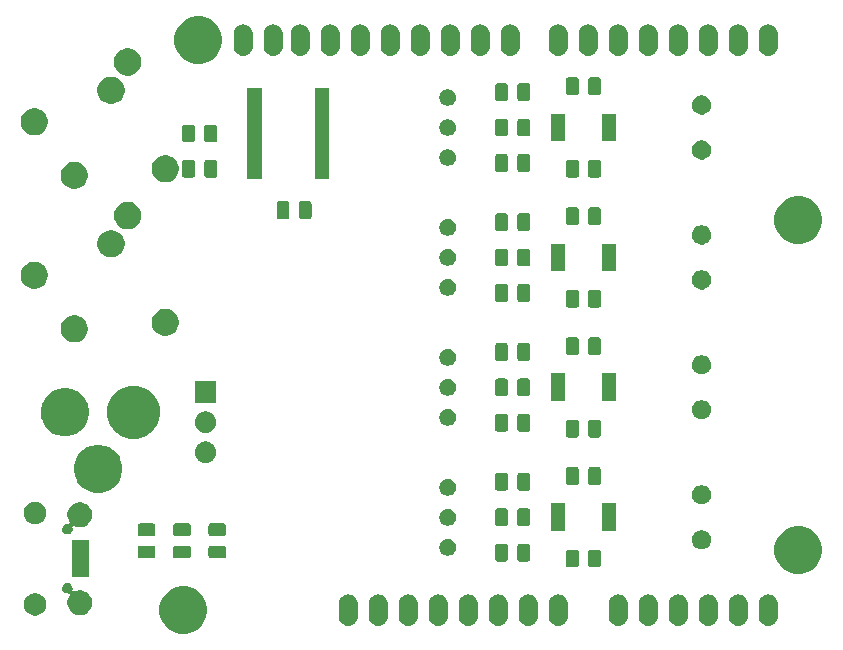
<source format=gbr>
G04 #@! TF.GenerationSoftware,KiCad,Pcbnew,(5.0.1-3-g963ef8bb5)*
G04 #@! TF.CreationDate,2019-05-15T15:03:22+02:00*
G04 #@! TF.ProjectId,HapticDriverShield,48617074696344726976657253686965,rev?*
G04 #@! TF.SameCoordinates,Original*
G04 #@! TF.FileFunction,Soldermask,Top*
G04 #@! TF.FilePolarity,Negative*
%FSLAX46Y46*%
G04 Gerber Fmt 4.6, Leading zero omitted, Abs format (unit mm)*
G04 Created by KiCad (PCBNEW (5.0.1-3-g963ef8bb5)) date 2019 May 15, Wednesday 15:03:22*
%MOMM*%
%LPD*%
G01*
G04 APERTURE LIST*
%ADD10C,0.100000*%
G04 APERTURE END LIST*
D10*
G36*
X103709065Y-135418108D02*
X104076591Y-135570342D01*
X104407359Y-135791354D01*
X104688646Y-136072641D01*
X104909658Y-136403409D01*
X105061892Y-136770935D01*
X105139500Y-137161095D01*
X105139500Y-137558905D01*
X105061892Y-137949065D01*
X104909658Y-138316591D01*
X104688646Y-138647359D01*
X104407359Y-138928646D01*
X104076591Y-139149658D01*
X103709065Y-139301892D01*
X103318905Y-139379500D01*
X102921095Y-139379500D01*
X102530935Y-139301892D01*
X102163409Y-139149658D01*
X101832641Y-138928646D01*
X101551354Y-138647359D01*
X101330342Y-138316591D01*
X101178108Y-137949065D01*
X101100500Y-137558905D01*
X101100500Y-137161095D01*
X101178108Y-136770935D01*
X101330342Y-136403409D01*
X101551354Y-136072641D01*
X101832641Y-135791354D01*
X102163409Y-135570342D01*
X102530935Y-135418108D01*
X102921095Y-135340500D01*
X103318905Y-135340500D01*
X103709065Y-135418108D01*
X103709065Y-135418108D01*
G37*
G36*
X119789375Y-136050764D02*
X119863073Y-136073120D01*
X119942627Y-136097252D01*
X119986973Y-136120956D01*
X120083863Y-136172745D01*
X120083865Y-136172746D01*
X120083864Y-136172746D01*
X120207659Y-136274341D01*
X120309255Y-136398135D01*
X120384748Y-136539372D01*
X120400244Y-136590457D01*
X120431236Y-136692624D01*
X120443000Y-136812067D01*
X120443000Y-137907933D01*
X120431236Y-138027376D01*
X120400244Y-138129543D01*
X120384748Y-138180628D01*
X120309255Y-138321865D01*
X120207659Y-138445659D01*
X120083865Y-138547255D01*
X119942628Y-138622748D01*
X119891543Y-138638244D01*
X119789376Y-138669236D01*
X119630000Y-138684933D01*
X119470625Y-138669236D01*
X119368458Y-138638244D01*
X119317373Y-138622748D01*
X119176136Y-138547255D01*
X119052342Y-138445659D01*
X118950746Y-138321865D01*
X118875253Y-138180628D01*
X118859757Y-138129543D01*
X118828765Y-138027376D01*
X118817001Y-137907933D01*
X118817000Y-136812068D01*
X118828764Y-136692625D01*
X118875252Y-136539374D01*
X118875252Y-136539373D01*
X118915605Y-136463880D01*
X118950745Y-136398137D01*
X119052341Y-136274341D01*
X119059129Y-136268770D01*
X119176135Y-136172745D01*
X119317372Y-136097252D01*
X119396926Y-136073120D01*
X119470624Y-136050764D01*
X119630000Y-136035067D01*
X119789375Y-136050764D01*
X119789375Y-136050764D01*
G37*
G36*
X122329375Y-136050764D02*
X122403073Y-136073120D01*
X122482627Y-136097252D01*
X122526973Y-136120956D01*
X122623863Y-136172745D01*
X122623865Y-136172746D01*
X122623864Y-136172746D01*
X122747659Y-136274341D01*
X122849255Y-136398135D01*
X122924748Y-136539372D01*
X122940244Y-136590457D01*
X122971236Y-136692624D01*
X122983000Y-136812067D01*
X122983000Y-137907933D01*
X122971236Y-138027376D01*
X122940244Y-138129543D01*
X122924748Y-138180628D01*
X122849255Y-138321865D01*
X122747659Y-138445659D01*
X122623865Y-138547255D01*
X122482628Y-138622748D01*
X122431543Y-138638244D01*
X122329376Y-138669236D01*
X122170000Y-138684933D01*
X122010625Y-138669236D01*
X121908458Y-138638244D01*
X121857373Y-138622748D01*
X121716136Y-138547255D01*
X121592342Y-138445659D01*
X121490746Y-138321865D01*
X121415253Y-138180628D01*
X121399757Y-138129543D01*
X121368765Y-138027376D01*
X121357001Y-137907933D01*
X121357000Y-136812068D01*
X121368764Y-136692625D01*
X121415252Y-136539374D01*
X121415252Y-136539373D01*
X121455605Y-136463880D01*
X121490745Y-136398137D01*
X121592341Y-136274341D01*
X121599129Y-136268770D01*
X121716135Y-136172745D01*
X121857372Y-136097252D01*
X121936926Y-136073120D01*
X122010624Y-136050764D01*
X122170000Y-136035067D01*
X122329375Y-136050764D01*
X122329375Y-136050764D01*
G37*
G36*
X124869375Y-136050764D02*
X124943073Y-136073120D01*
X125022627Y-136097252D01*
X125066973Y-136120956D01*
X125163863Y-136172745D01*
X125163865Y-136172746D01*
X125163864Y-136172746D01*
X125287659Y-136274341D01*
X125389255Y-136398135D01*
X125464748Y-136539372D01*
X125480244Y-136590457D01*
X125511236Y-136692624D01*
X125523000Y-136812067D01*
X125523000Y-137907933D01*
X125511236Y-138027376D01*
X125480244Y-138129543D01*
X125464748Y-138180628D01*
X125389255Y-138321865D01*
X125287659Y-138445659D01*
X125163865Y-138547255D01*
X125022628Y-138622748D01*
X124971543Y-138638244D01*
X124869376Y-138669236D01*
X124710000Y-138684933D01*
X124550625Y-138669236D01*
X124448458Y-138638244D01*
X124397373Y-138622748D01*
X124256136Y-138547255D01*
X124132342Y-138445659D01*
X124030746Y-138321865D01*
X123955253Y-138180628D01*
X123939757Y-138129543D01*
X123908765Y-138027376D01*
X123897001Y-137907933D01*
X123897000Y-136812068D01*
X123908764Y-136692625D01*
X123955252Y-136539374D01*
X123955252Y-136539373D01*
X123995605Y-136463880D01*
X124030745Y-136398137D01*
X124132341Y-136274341D01*
X124139129Y-136268770D01*
X124256135Y-136172745D01*
X124397372Y-136097252D01*
X124476926Y-136073120D01*
X124550624Y-136050764D01*
X124710000Y-136035067D01*
X124869375Y-136050764D01*
X124869375Y-136050764D01*
G37*
G36*
X127409375Y-136050764D02*
X127483073Y-136073120D01*
X127562627Y-136097252D01*
X127606973Y-136120956D01*
X127703863Y-136172745D01*
X127703865Y-136172746D01*
X127703864Y-136172746D01*
X127827659Y-136274341D01*
X127929255Y-136398135D01*
X128004748Y-136539372D01*
X128020244Y-136590457D01*
X128051236Y-136692624D01*
X128063000Y-136812067D01*
X128063000Y-137907933D01*
X128051236Y-138027376D01*
X128020244Y-138129543D01*
X128004748Y-138180628D01*
X127929255Y-138321865D01*
X127827659Y-138445659D01*
X127703865Y-138547255D01*
X127562628Y-138622748D01*
X127511543Y-138638244D01*
X127409376Y-138669236D01*
X127250000Y-138684933D01*
X127090625Y-138669236D01*
X126988458Y-138638244D01*
X126937373Y-138622748D01*
X126796136Y-138547255D01*
X126672342Y-138445659D01*
X126570746Y-138321865D01*
X126495253Y-138180628D01*
X126479757Y-138129543D01*
X126448765Y-138027376D01*
X126437001Y-137907933D01*
X126437000Y-136812068D01*
X126448764Y-136692625D01*
X126495252Y-136539374D01*
X126495252Y-136539373D01*
X126535605Y-136463880D01*
X126570745Y-136398137D01*
X126672341Y-136274341D01*
X126679129Y-136268770D01*
X126796135Y-136172745D01*
X126937372Y-136097252D01*
X127016926Y-136073120D01*
X127090624Y-136050764D01*
X127250000Y-136035067D01*
X127409375Y-136050764D01*
X127409375Y-136050764D01*
G37*
G36*
X129949375Y-136050764D02*
X130023073Y-136073120D01*
X130102627Y-136097252D01*
X130146973Y-136120956D01*
X130243863Y-136172745D01*
X130243865Y-136172746D01*
X130243864Y-136172746D01*
X130367659Y-136274341D01*
X130469255Y-136398135D01*
X130544748Y-136539372D01*
X130560244Y-136590457D01*
X130591236Y-136692624D01*
X130603000Y-136812067D01*
X130603000Y-137907933D01*
X130591236Y-138027376D01*
X130560244Y-138129543D01*
X130544748Y-138180628D01*
X130469255Y-138321865D01*
X130367659Y-138445659D01*
X130243865Y-138547255D01*
X130102628Y-138622748D01*
X130051543Y-138638244D01*
X129949376Y-138669236D01*
X129790000Y-138684933D01*
X129630625Y-138669236D01*
X129528458Y-138638244D01*
X129477373Y-138622748D01*
X129336136Y-138547255D01*
X129212342Y-138445659D01*
X129110746Y-138321865D01*
X129035253Y-138180628D01*
X129019757Y-138129543D01*
X128988765Y-138027376D01*
X128977001Y-137907933D01*
X128977000Y-136812068D01*
X128988764Y-136692625D01*
X129035252Y-136539374D01*
X129035252Y-136539373D01*
X129075605Y-136463880D01*
X129110745Y-136398137D01*
X129212341Y-136274341D01*
X129219129Y-136268770D01*
X129336135Y-136172745D01*
X129477372Y-136097252D01*
X129556926Y-136073120D01*
X129630624Y-136050764D01*
X129790000Y-136035067D01*
X129949375Y-136050764D01*
X129949375Y-136050764D01*
G37*
G36*
X132489375Y-136050764D02*
X132563073Y-136073120D01*
X132642627Y-136097252D01*
X132686973Y-136120956D01*
X132783863Y-136172745D01*
X132783865Y-136172746D01*
X132783864Y-136172746D01*
X132907659Y-136274341D01*
X133009255Y-136398135D01*
X133084748Y-136539372D01*
X133100244Y-136590457D01*
X133131236Y-136692624D01*
X133143000Y-136812067D01*
X133143000Y-137907933D01*
X133131236Y-138027376D01*
X133100244Y-138129543D01*
X133084748Y-138180628D01*
X133009255Y-138321865D01*
X132907659Y-138445659D01*
X132783865Y-138547255D01*
X132642628Y-138622748D01*
X132591543Y-138638244D01*
X132489376Y-138669236D01*
X132330000Y-138684933D01*
X132170625Y-138669236D01*
X132068458Y-138638244D01*
X132017373Y-138622748D01*
X131876136Y-138547255D01*
X131752342Y-138445659D01*
X131650746Y-138321865D01*
X131575253Y-138180628D01*
X131559757Y-138129543D01*
X131528765Y-138027376D01*
X131517001Y-137907933D01*
X131517000Y-136812068D01*
X131528764Y-136692625D01*
X131575252Y-136539374D01*
X131575252Y-136539373D01*
X131615605Y-136463880D01*
X131650745Y-136398137D01*
X131752341Y-136274341D01*
X131759129Y-136268770D01*
X131876135Y-136172745D01*
X132017372Y-136097252D01*
X132096926Y-136073120D01*
X132170624Y-136050764D01*
X132330000Y-136035067D01*
X132489375Y-136050764D01*
X132489375Y-136050764D01*
G37*
G36*
X135029375Y-136050764D02*
X135103073Y-136073120D01*
X135182627Y-136097252D01*
X135226973Y-136120956D01*
X135323863Y-136172745D01*
X135323865Y-136172746D01*
X135323864Y-136172746D01*
X135447659Y-136274341D01*
X135549255Y-136398135D01*
X135624748Y-136539372D01*
X135640244Y-136590457D01*
X135671236Y-136692624D01*
X135683000Y-136812067D01*
X135683000Y-137907933D01*
X135671236Y-138027376D01*
X135640244Y-138129543D01*
X135624748Y-138180628D01*
X135549255Y-138321865D01*
X135447659Y-138445659D01*
X135323865Y-138547255D01*
X135182628Y-138622748D01*
X135131543Y-138638244D01*
X135029376Y-138669236D01*
X134870000Y-138684933D01*
X134710625Y-138669236D01*
X134608458Y-138638244D01*
X134557373Y-138622748D01*
X134416136Y-138547255D01*
X134292342Y-138445659D01*
X134190746Y-138321865D01*
X134115253Y-138180628D01*
X134099757Y-138129543D01*
X134068765Y-138027376D01*
X134057001Y-137907933D01*
X134057000Y-136812068D01*
X134068764Y-136692625D01*
X134115252Y-136539374D01*
X134115252Y-136539373D01*
X134155605Y-136463880D01*
X134190745Y-136398137D01*
X134292341Y-136274341D01*
X134299129Y-136268770D01*
X134416135Y-136172745D01*
X134557372Y-136097252D01*
X134636926Y-136073120D01*
X134710624Y-136050764D01*
X134870000Y-136035067D01*
X135029375Y-136050764D01*
X135029375Y-136050764D01*
G37*
G36*
X140109375Y-136050764D02*
X140183073Y-136073120D01*
X140262627Y-136097252D01*
X140306973Y-136120956D01*
X140403863Y-136172745D01*
X140403865Y-136172746D01*
X140403864Y-136172746D01*
X140527659Y-136274341D01*
X140629255Y-136398135D01*
X140704748Y-136539372D01*
X140720244Y-136590457D01*
X140751236Y-136692624D01*
X140763000Y-136812067D01*
X140763000Y-137907933D01*
X140751236Y-138027376D01*
X140720244Y-138129543D01*
X140704748Y-138180628D01*
X140629255Y-138321865D01*
X140527659Y-138445659D01*
X140403865Y-138547255D01*
X140262628Y-138622748D01*
X140211543Y-138638244D01*
X140109376Y-138669236D01*
X139950000Y-138684933D01*
X139790625Y-138669236D01*
X139688458Y-138638244D01*
X139637373Y-138622748D01*
X139496136Y-138547255D01*
X139372342Y-138445659D01*
X139270746Y-138321865D01*
X139195253Y-138180628D01*
X139179757Y-138129543D01*
X139148765Y-138027376D01*
X139137001Y-137907933D01*
X139137000Y-136812068D01*
X139148764Y-136692625D01*
X139195252Y-136539374D01*
X139195252Y-136539373D01*
X139235605Y-136463880D01*
X139270745Y-136398137D01*
X139372341Y-136274341D01*
X139379129Y-136268770D01*
X139496135Y-136172745D01*
X139637372Y-136097252D01*
X139716926Y-136073120D01*
X139790624Y-136050764D01*
X139950000Y-136035067D01*
X140109375Y-136050764D01*
X140109375Y-136050764D01*
G37*
G36*
X142649375Y-136050764D02*
X142723073Y-136073120D01*
X142802627Y-136097252D01*
X142846973Y-136120956D01*
X142943863Y-136172745D01*
X142943865Y-136172746D01*
X142943864Y-136172746D01*
X143067659Y-136274341D01*
X143169255Y-136398135D01*
X143244748Y-136539372D01*
X143260244Y-136590457D01*
X143291236Y-136692624D01*
X143303000Y-136812067D01*
X143303000Y-137907933D01*
X143291236Y-138027376D01*
X143260244Y-138129543D01*
X143244748Y-138180628D01*
X143169255Y-138321865D01*
X143067659Y-138445659D01*
X142943865Y-138547255D01*
X142802628Y-138622748D01*
X142751543Y-138638244D01*
X142649376Y-138669236D01*
X142490000Y-138684933D01*
X142330625Y-138669236D01*
X142228458Y-138638244D01*
X142177373Y-138622748D01*
X142036136Y-138547255D01*
X141912342Y-138445659D01*
X141810746Y-138321865D01*
X141735253Y-138180628D01*
X141719757Y-138129543D01*
X141688765Y-138027376D01*
X141677001Y-137907933D01*
X141677000Y-136812068D01*
X141688764Y-136692625D01*
X141735252Y-136539374D01*
X141735252Y-136539373D01*
X141775605Y-136463880D01*
X141810745Y-136398137D01*
X141912341Y-136274341D01*
X141919129Y-136268770D01*
X142036135Y-136172745D01*
X142177372Y-136097252D01*
X142256926Y-136073120D01*
X142330624Y-136050764D01*
X142490000Y-136035067D01*
X142649375Y-136050764D01*
X142649375Y-136050764D01*
G37*
G36*
X145189375Y-136050764D02*
X145263073Y-136073120D01*
X145342627Y-136097252D01*
X145386973Y-136120956D01*
X145483863Y-136172745D01*
X145483865Y-136172746D01*
X145483864Y-136172746D01*
X145607659Y-136274341D01*
X145709255Y-136398135D01*
X145784748Y-136539372D01*
X145800244Y-136590457D01*
X145831236Y-136692624D01*
X145843000Y-136812067D01*
X145843000Y-137907933D01*
X145831236Y-138027376D01*
X145800244Y-138129543D01*
X145784748Y-138180628D01*
X145709255Y-138321865D01*
X145607659Y-138445659D01*
X145483865Y-138547255D01*
X145342628Y-138622748D01*
X145291543Y-138638244D01*
X145189376Y-138669236D01*
X145030000Y-138684933D01*
X144870625Y-138669236D01*
X144768458Y-138638244D01*
X144717373Y-138622748D01*
X144576136Y-138547255D01*
X144452342Y-138445659D01*
X144350746Y-138321865D01*
X144275253Y-138180628D01*
X144259757Y-138129543D01*
X144228765Y-138027376D01*
X144217001Y-137907933D01*
X144217000Y-136812068D01*
X144228764Y-136692625D01*
X144275252Y-136539374D01*
X144275252Y-136539373D01*
X144315605Y-136463880D01*
X144350745Y-136398137D01*
X144452341Y-136274341D01*
X144459129Y-136268770D01*
X144576135Y-136172745D01*
X144717372Y-136097252D01*
X144796926Y-136073120D01*
X144870624Y-136050764D01*
X145030000Y-136035067D01*
X145189375Y-136050764D01*
X145189375Y-136050764D01*
G37*
G36*
X147729375Y-136050764D02*
X147803073Y-136073120D01*
X147882627Y-136097252D01*
X147926973Y-136120956D01*
X148023863Y-136172745D01*
X148023865Y-136172746D01*
X148023864Y-136172746D01*
X148147659Y-136274341D01*
X148249255Y-136398135D01*
X148324748Y-136539372D01*
X148340244Y-136590457D01*
X148371236Y-136692624D01*
X148383000Y-136812067D01*
X148383000Y-137907933D01*
X148371236Y-138027376D01*
X148340244Y-138129543D01*
X148324748Y-138180628D01*
X148249255Y-138321865D01*
X148147659Y-138445659D01*
X148023865Y-138547255D01*
X147882628Y-138622748D01*
X147831543Y-138638244D01*
X147729376Y-138669236D01*
X147570000Y-138684933D01*
X147410625Y-138669236D01*
X147308458Y-138638244D01*
X147257373Y-138622748D01*
X147116136Y-138547255D01*
X146992342Y-138445659D01*
X146890746Y-138321865D01*
X146815253Y-138180628D01*
X146799757Y-138129543D01*
X146768765Y-138027376D01*
X146757001Y-137907933D01*
X146757000Y-136812068D01*
X146768764Y-136692625D01*
X146815252Y-136539374D01*
X146815252Y-136539373D01*
X146855605Y-136463880D01*
X146890745Y-136398137D01*
X146992341Y-136274341D01*
X146999129Y-136268770D01*
X147116135Y-136172745D01*
X147257372Y-136097252D01*
X147336926Y-136073120D01*
X147410624Y-136050764D01*
X147570000Y-136035067D01*
X147729375Y-136050764D01*
X147729375Y-136050764D01*
G37*
G36*
X150269375Y-136050764D02*
X150343073Y-136073120D01*
X150422627Y-136097252D01*
X150466973Y-136120956D01*
X150563863Y-136172745D01*
X150563865Y-136172746D01*
X150563864Y-136172746D01*
X150687659Y-136274341D01*
X150789255Y-136398135D01*
X150864748Y-136539372D01*
X150880244Y-136590457D01*
X150911236Y-136692624D01*
X150923000Y-136812067D01*
X150923000Y-137907933D01*
X150911236Y-138027376D01*
X150880244Y-138129543D01*
X150864748Y-138180628D01*
X150789255Y-138321865D01*
X150687659Y-138445659D01*
X150563865Y-138547255D01*
X150422628Y-138622748D01*
X150371543Y-138638244D01*
X150269376Y-138669236D01*
X150110000Y-138684933D01*
X149950625Y-138669236D01*
X149848458Y-138638244D01*
X149797373Y-138622748D01*
X149656136Y-138547255D01*
X149532342Y-138445659D01*
X149430746Y-138321865D01*
X149355253Y-138180628D01*
X149339757Y-138129543D01*
X149308765Y-138027376D01*
X149297001Y-137907933D01*
X149297000Y-136812068D01*
X149308764Y-136692625D01*
X149355252Y-136539374D01*
X149355252Y-136539373D01*
X149395605Y-136463880D01*
X149430745Y-136398137D01*
X149532341Y-136274341D01*
X149539129Y-136268770D01*
X149656135Y-136172745D01*
X149797372Y-136097252D01*
X149876926Y-136073120D01*
X149950624Y-136050764D01*
X150110000Y-136035067D01*
X150269375Y-136050764D01*
X150269375Y-136050764D01*
G37*
G36*
X152809375Y-136050764D02*
X152883073Y-136073120D01*
X152962627Y-136097252D01*
X153006973Y-136120956D01*
X153103863Y-136172745D01*
X153103865Y-136172746D01*
X153103864Y-136172746D01*
X153227659Y-136274341D01*
X153329255Y-136398135D01*
X153404748Y-136539372D01*
X153420244Y-136590457D01*
X153451236Y-136692624D01*
X153463000Y-136812067D01*
X153463000Y-137907933D01*
X153451236Y-138027376D01*
X153420244Y-138129543D01*
X153404748Y-138180628D01*
X153329255Y-138321865D01*
X153227659Y-138445659D01*
X153103865Y-138547255D01*
X152962628Y-138622748D01*
X152911543Y-138638244D01*
X152809376Y-138669236D01*
X152650000Y-138684933D01*
X152490625Y-138669236D01*
X152388458Y-138638244D01*
X152337373Y-138622748D01*
X152196136Y-138547255D01*
X152072342Y-138445659D01*
X151970746Y-138321865D01*
X151895253Y-138180628D01*
X151879757Y-138129543D01*
X151848765Y-138027376D01*
X151837001Y-137907933D01*
X151837000Y-136812068D01*
X151848764Y-136692625D01*
X151895252Y-136539374D01*
X151895252Y-136539373D01*
X151935605Y-136463880D01*
X151970745Y-136398137D01*
X152072341Y-136274341D01*
X152079129Y-136268770D01*
X152196135Y-136172745D01*
X152337372Y-136097252D01*
X152416926Y-136073120D01*
X152490624Y-136050764D01*
X152650000Y-136035067D01*
X152809375Y-136050764D01*
X152809375Y-136050764D01*
G37*
G36*
X117249375Y-136050764D02*
X117323073Y-136073120D01*
X117402627Y-136097252D01*
X117446973Y-136120956D01*
X117543863Y-136172745D01*
X117543865Y-136172746D01*
X117543864Y-136172746D01*
X117667659Y-136274341D01*
X117769255Y-136398135D01*
X117844748Y-136539372D01*
X117860244Y-136590457D01*
X117891236Y-136692624D01*
X117903000Y-136812067D01*
X117903000Y-137907933D01*
X117891236Y-138027376D01*
X117860244Y-138129543D01*
X117844748Y-138180628D01*
X117769255Y-138321865D01*
X117667659Y-138445659D01*
X117543865Y-138547255D01*
X117402628Y-138622748D01*
X117351543Y-138638244D01*
X117249376Y-138669236D01*
X117090000Y-138684933D01*
X116930625Y-138669236D01*
X116828458Y-138638244D01*
X116777373Y-138622748D01*
X116636136Y-138547255D01*
X116512342Y-138445659D01*
X116410746Y-138321865D01*
X116335253Y-138180628D01*
X116319757Y-138129543D01*
X116288765Y-138027376D01*
X116277001Y-137907933D01*
X116277000Y-136812068D01*
X116288764Y-136692625D01*
X116335252Y-136539374D01*
X116335252Y-136539373D01*
X116375605Y-136463880D01*
X116410745Y-136398137D01*
X116512341Y-136274341D01*
X116519129Y-136268770D01*
X116636135Y-136172745D01*
X116777372Y-136097252D01*
X116856926Y-136073120D01*
X116930624Y-136050764D01*
X117090000Y-136035067D01*
X117249375Y-136050764D01*
X117249375Y-136050764D01*
G37*
G36*
X90827396Y-135960546D02*
X91000466Y-136032234D01*
X91156230Y-136136312D01*
X91288688Y-136268770D01*
X91392766Y-136424534D01*
X91464454Y-136597604D01*
X91501000Y-136781333D01*
X91501000Y-136968667D01*
X91464454Y-137152396D01*
X91392766Y-137325466D01*
X91288688Y-137481230D01*
X91156230Y-137613688D01*
X91000466Y-137717766D01*
X90827396Y-137789454D01*
X90643667Y-137826000D01*
X90456333Y-137826000D01*
X90272604Y-137789454D01*
X90099534Y-137717766D01*
X89943770Y-137613688D01*
X89811312Y-137481230D01*
X89707234Y-137325466D01*
X89635546Y-137152396D01*
X89599000Y-136968667D01*
X89599000Y-136781333D01*
X89635546Y-136597604D01*
X89707234Y-136424534D01*
X89811312Y-136268770D01*
X89943770Y-136136312D01*
X90099534Y-136032234D01*
X90272604Y-135960546D01*
X90456333Y-135924000D01*
X90643667Y-135924000D01*
X90827396Y-135960546D01*
X90827396Y-135960546D01*
G37*
G36*
X93431552Y-135066331D02*
X93513625Y-135100327D01*
X93513626Y-135100328D01*
X93513629Y-135100329D01*
X93587496Y-135149686D01*
X93587500Y-135149689D01*
X93650311Y-135212500D01*
X93650313Y-135212503D01*
X93650314Y-135212504D01*
X93699671Y-135286371D01*
X93699672Y-135286374D01*
X93699673Y-135286375D01*
X93733669Y-135368448D01*
X93751000Y-135455579D01*
X93751000Y-135544422D01*
X93733522Y-135632293D01*
X93731120Y-135656679D01*
X93733522Y-135681065D01*
X93740635Y-135704514D01*
X93752187Y-135726125D01*
X93767732Y-135745067D01*
X93786674Y-135760612D01*
X93808285Y-135772163D01*
X93831735Y-135779276D01*
X93856121Y-135781678D01*
X93880507Y-135779276D01*
X93903955Y-135772163D01*
X94043434Y-135714389D01*
X94246484Y-135674000D01*
X94453516Y-135674000D01*
X94656565Y-135714389D01*
X94847834Y-135793615D01*
X95019976Y-135908637D01*
X95166363Y-136055024D01*
X95281385Y-136227166D01*
X95360611Y-136418435D01*
X95401000Y-136621484D01*
X95401000Y-136828516D01*
X95360611Y-137031565D01*
X95281385Y-137222834D01*
X95166363Y-137394976D01*
X95019976Y-137541363D01*
X94847834Y-137656385D01*
X94656565Y-137735611D01*
X94453516Y-137776000D01*
X94246484Y-137776000D01*
X94043435Y-137735611D01*
X93852166Y-137656385D01*
X93680024Y-137541363D01*
X93533637Y-137394976D01*
X93418615Y-137222834D01*
X93339389Y-137031565D01*
X93299000Y-136828516D01*
X93299000Y-136621484D01*
X93339389Y-136418435D01*
X93418615Y-136227166D01*
X93475143Y-136142566D01*
X93486694Y-136120956D01*
X93493807Y-136097507D01*
X93496209Y-136073120D01*
X93493807Y-136048734D01*
X93486694Y-136025285D01*
X93475143Y-136003674D01*
X93459598Y-135984732D01*
X93440655Y-135969186D01*
X93419045Y-135957635D01*
X93395596Y-135950522D01*
X93371209Y-135948120D01*
X93346824Y-135950522D01*
X93344420Y-135951000D01*
X93255579Y-135951000D01*
X93168448Y-135933669D01*
X93086375Y-135899673D01*
X93086374Y-135899672D01*
X93086371Y-135899671D01*
X93012504Y-135850314D01*
X93012503Y-135850313D01*
X93012500Y-135850311D01*
X92949689Y-135787500D01*
X92949686Y-135787496D01*
X92900329Y-135713629D01*
X92896553Y-135704514D01*
X92866331Y-135631552D01*
X92849000Y-135544421D01*
X92849000Y-135455579D01*
X92866331Y-135368448D01*
X92900327Y-135286375D01*
X92900328Y-135286374D01*
X92900329Y-135286371D01*
X92949686Y-135212504D01*
X92949687Y-135212503D01*
X92949689Y-135212500D01*
X93012500Y-135149689D01*
X93012504Y-135149686D01*
X93086371Y-135100329D01*
X93086374Y-135100328D01*
X93086375Y-135100327D01*
X93168448Y-135066331D01*
X93255579Y-135049000D01*
X93344421Y-135049000D01*
X93431552Y-135066331D01*
X93431552Y-135066331D01*
G37*
G36*
X95101000Y-134576000D02*
X93699000Y-134576000D01*
X93699000Y-131424000D01*
X95101000Y-131424000D01*
X95101000Y-134576000D01*
X95101000Y-134576000D01*
G37*
G36*
X155779065Y-130338108D02*
X156146591Y-130490342D01*
X156477359Y-130711354D01*
X156758646Y-130992641D01*
X156979658Y-131323409D01*
X157131892Y-131690935D01*
X157209500Y-132081095D01*
X157209500Y-132478905D01*
X157131892Y-132869065D01*
X156979658Y-133236591D01*
X156758646Y-133567359D01*
X156477359Y-133848646D01*
X156146591Y-134069658D01*
X155779065Y-134221892D01*
X155388905Y-134299500D01*
X154991095Y-134299500D01*
X154600935Y-134221892D01*
X154233409Y-134069658D01*
X153902641Y-133848646D01*
X153621354Y-133567359D01*
X153400342Y-133236591D01*
X153248108Y-132869065D01*
X153170500Y-132478905D01*
X153170500Y-132081095D01*
X153248108Y-131690935D01*
X153400342Y-131323409D01*
X153621354Y-130992641D01*
X153902641Y-130711354D01*
X154233409Y-130490342D01*
X154600935Y-130338108D01*
X154991095Y-130260500D01*
X155388905Y-130260500D01*
X155779065Y-130338108D01*
X155779065Y-130338108D01*
G37*
G36*
X136434466Y-132253565D02*
X136473137Y-132265296D01*
X136508779Y-132284348D01*
X136540017Y-132309983D01*
X136565652Y-132341221D01*
X136584704Y-132376863D01*
X136596435Y-132415534D01*
X136601000Y-132461888D01*
X136601000Y-133538112D01*
X136596435Y-133584466D01*
X136584704Y-133623137D01*
X136565652Y-133658779D01*
X136540017Y-133690017D01*
X136508779Y-133715652D01*
X136473137Y-133734704D01*
X136434466Y-133746435D01*
X136388112Y-133751000D01*
X135736888Y-133751000D01*
X135690534Y-133746435D01*
X135651863Y-133734704D01*
X135616221Y-133715652D01*
X135584983Y-133690017D01*
X135559348Y-133658779D01*
X135540296Y-133623137D01*
X135528565Y-133584466D01*
X135524000Y-133538112D01*
X135524000Y-132461888D01*
X135528565Y-132415534D01*
X135540296Y-132376863D01*
X135559348Y-132341221D01*
X135584983Y-132309983D01*
X135616221Y-132284348D01*
X135651863Y-132265296D01*
X135690534Y-132253565D01*
X135736888Y-132249000D01*
X136388112Y-132249000D01*
X136434466Y-132253565D01*
X136434466Y-132253565D01*
G37*
G36*
X138309466Y-132253565D02*
X138348137Y-132265296D01*
X138383779Y-132284348D01*
X138415017Y-132309983D01*
X138440652Y-132341221D01*
X138459704Y-132376863D01*
X138471435Y-132415534D01*
X138476000Y-132461888D01*
X138476000Y-133538112D01*
X138471435Y-133584466D01*
X138459704Y-133623137D01*
X138440652Y-133658779D01*
X138415017Y-133690017D01*
X138383779Y-133715652D01*
X138348137Y-133734704D01*
X138309466Y-133746435D01*
X138263112Y-133751000D01*
X137611888Y-133751000D01*
X137565534Y-133746435D01*
X137526863Y-133734704D01*
X137491221Y-133715652D01*
X137459983Y-133690017D01*
X137434348Y-133658779D01*
X137415296Y-133623137D01*
X137403565Y-133584466D01*
X137399000Y-133538112D01*
X137399000Y-132461888D01*
X137403565Y-132415534D01*
X137415296Y-132376863D01*
X137434348Y-132341221D01*
X137459983Y-132309983D01*
X137491221Y-132284348D01*
X137526863Y-132265296D01*
X137565534Y-132253565D01*
X137611888Y-132249000D01*
X138263112Y-132249000D01*
X138309466Y-132253565D01*
X138309466Y-132253565D01*
G37*
G36*
X130434466Y-131753565D02*
X130473137Y-131765296D01*
X130508779Y-131784348D01*
X130540017Y-131809983D01*
X130565652Y-131841221D01*
X130584704Y-131876863D01*
X130596435Y-131915534D01*
X130601000Y-131961888D01*
X130601000Y-133038112D01*
X130596435Y-133084466D01*
X130584704Y-133123137D01*
X130565652Y-133158779D01*
X130540017Y-133190017D01*
X130508779Y-133215652D01*
X130473137Y-133234704D01*
X130434466Y-133246435D01*
X130388112Y-133251000D01*
X129736888Y-133251000D01*
X129690534Y-133246435D01*
X129651863Y-133234704D01*
X129616221Y-133215652D01*
X129584983Y-133190017D01*
X129559348Y-133158779D01*
X129540296Y-133123137D01*
X129528565Y-133084466D01*
X129524000Y-133038112D01*
X129524000Y-131961888D01*
X129528565Y-131915534D01*
X129540296Y-131876863D01*
X129559348Y-131841221D01*
X129584983Y-131809983D01*
X129616221Y-131784348D01*
X129651863Y-131765296D01*
X129690534Y-131753565D01*
X129736888Y-131749000D01*
X130388112Y-131749000D01*
X130434466Y-131753565D01*
X130434466Y-131753565D01*
G37*
G36*
X132309466Y-131753565D02*
X132348137Y-131765296D01*
X132383779Y-131784348D01*
X132415017Y-131809983D01*
X132440652Y-131841221D01*
X132459704Y-131876863D01*
X132471435Y-131915534D01*
X132476000Y-131961888D01*
X132476000Y-133038112D01*
X132471435Y-133084466D01*
X132459704Y-133123137D01*
X132440652Y-133158779D01*
X132415017Y-133190017D01*
X132383779Y-133215652D01*
X132348137Y-133234704D01*
X132309466Y-133246435D01*
X132263112Y-133251000D01*
X131611888Y-133251000D01*
X131565534Y-133246435D01*
X131526863Y-133234704D01*
X131491221Y-133215652D01*
X131459983Y-133190017D01*
X131434348Y-133158779D01*
X131415296Y-133123137D01*
X131403565Y-133084466D01*
X131399000Y-133038112D01*
X131399000Y-131961888D01*
X131403565Y-131915534D01*
X131415296Y-131876863D01*
X131434348Y-131841221D01*
X131459983Y-131809983D01*
X131491221Y-131784348D01*
X131526863Y-131765296D01*
X131565534Y-131753565D01*
X131611888Y-131749000D01*
X132263112Y-131749000D01*
X132309466Y-131753565D01*
X132309466Y-131753565D01*
G37*
G36*
X103584466Y-131903565D02*
X103623137Y-131915296D01*
X103658779Y-131934348D01*
X103690017Y-131959983D01*
X103715652Y-131991221D01*
X103734704Y-132026863D01*
X103746435Y-132065534D01*
X103751000Y-132111888D01*
X103751000Y-132763112D01*
X103746435Y-132809466D01*
X103734704Y-132848137D01*
X103715652Y-132883779D01*
X103690017Y-132915017D01*
X103658779Y-132940652D01*
X103623137Y-132959704D01*
X103584466Y-132971435D01*
X103538112Y-132976000D01*
X102461888Y-132976000D01*
X102415534Y-132971435D01*
X102376863Y-132959704D01*
X102341221Y-132940652D01*
X102309983Y-132915017D01*
X102284348Y-132883779D01*
X102265296Y-132848137D01*
X102253565Y-132809466D01*
X102249000Y-132763112D01*
X102249000Y-132111888D01*
X102253565Y-132065534D01*
X102265296Y-132026863D01*
X102284348Y-131991221D01*
X102309983Y-131959983D01*
X102341221Y-131934348D01*
X102376863Y-131915296D01*
X102415534Y-131903565D01*
X102461888Y-131899000D01*
X103538112Y-131899000D01*
X103584466Y-131903565D01*
X103584466Y-131903565D01*
G37*
G36*
X100584466Y-131903565D02*
X100623137Y-131915296D01*
X100658779Y-131934348D01*
X100690017Y-131959983D01*
X100715652Y-131991221D01*
X100734704Y-132026863D01*
X100746435Y-132065534D01*
X100751000Y-132111888D01*
X100751000Y-132763112D01*
X100746435Y-132809466D01*
X100734704Y-132848137D01*
X100715652Y-132883779D01*
X100690017Y-132915017D01*
X100658779Y-132940652D01*
X100623137Y-132959704D01*
X100584466Y-132971435D01*
X100538112Y-132976000D01*
X99461888Y-132976000D01*
X99415534Y-132971435D01*
X99376863Y-132959704D01*
X99341221Y-132940652D01*
X99309983Y-132915017D01*
X99284348Y-132883779D01*
X99265296Y-132848137D01*
X99253565Y-132809466D01*
X99249000Y-132763112D01*
X99249000Y-132111888D01*
X99253565Y-132065534D01*
X99265296Y-132026863D01*
X99284348Y-131991221D01*
X99309983Y-131959983D01*
X99341221Y-131934348D01*
X99376863Y-131915296D01*
X99415534Y-131903565D01*
X99461888Y-131899000D01*
X100538112Y-131899000D01*
X100584466Y-131903565D01*
X100584466Y-131903565D01*
G37*
G36*
X106584466Y-131903565D02*
X106623137Y-131915296D01*
X106658779Y-131934348D01*
X106690017Y-131959983D01*
X106715652Y-131991221D01*
X106734704Y-132026863D01*
X106746435Y-132065534D01*
X106751000Y-132111888D01*
X106751000Y-132763112D01*
X106746435Y-132809466D01*
X106734704Y-132848137D01*
X106715652Y-132883779D01*
X106690017Y-132915017D01*
X106658779Y-132940652D01*
X106623137Y-132959704D01*
X106584466Y-132971435D01*
X106538112Y-132976000D01*
X105461888Y-132976000D01*
X105415534Y-132971435D01*
X105376863Y-132959704D01*
X105341221Y-132940652D01*
X105309983Y-132915017D01*
X105284348Y-132883779D01*
X105265296Y-132848137D01*
X105253565Y-132809466D01*
X105249000Y-132763112D01*
X105249000Y-132111888D01*
X105253565Y-132065534D01*
X105265296Y-132026863D01*
X105284348Y-131991221D01*
X105309983Y-131959983D01*
X105341221Y-131934348D01*
X105376863Y-131915296D01*
X105415534Y-131903565D01*
X105461888Y-131899000D01*
X106538112Y-131899000D01*
X106584466Y-131903565D01*
X106584466Y-131903565D01*
G37*
G36*
X125704472Y-131365938D02*
X125832049Y-131418782D01*
X125946865Y-131495500D01*
X126044500Y-131593135D01*
X126121218Y-131707951D01*
X126174062Y-131835528D01*
X126201000Y-131970956D01*
X126201000Y-132109044D01*
X126174062Y-132244472D01*
X126121218Y-132372049D01*
X126044500Y-132486865D01*
X125946865Y-132584500D01*
X125832049Y-132661218D01*
X125704472Y-132714062D01*
X125569044Y-132741000D01*
X125430956Y-132741000D01*
X125295528Y-132714062D01*
X125167951Y-132661218D01*
X125053135Y-132584500D01*
X124955500Y-132486865D01*
X124878782Y-132372049D01*
X124825938Y-132244472D01*
X124799000Y-132109044D01*
X124799000Y-131970956D01*
X124825938Y-131835528D01*
X124878782Y-131707951D01*
X124955500Y-131593135D01*
X125053135Y-131495500D01*
X125167951Y-131418782D01*
X125295528Y-131365938D01*
X125430956Y-131339000D01*
X125569044Y-131339000D01*
X125704472Y-131365938D01*
X125704472Y-131365938D01*
G37*
G36*
X147237142Y-130623242D02*
X147385102Y-130684530D01*
X147425244Y-130711352D01*
X147518257Y-130773501D01*
X147631499Y-130886743D01*
X147640137Y-130899671D01*
X147720470Y-131019898D01*
X147781758Y-131167858D01*
X147813000Y-131324925D01*
X147813000Y-131485075D01*
X147781758Y-131642142D01*
X147754498Y-131707952D01*
X147722854Y-131784348D01*
X147720470Y-131790102D01*
X147707186Y-131809983D01*
X147631499Y-131923257D01*
X147518257Y-132036499D01*
X147474803Y-132065534D01*
X147385102Y-132125470D01*
X147237142Y-132186758D01*
X147080075Y-132218000D01*
X146919925Y-132218000D01*
X146762858Y-132186758D01*
X146614898Y-132125470D01*
X146525197Y-132065534D01*
X146481743Y-132036499D01*
X146368501Y-131923257D01*
X146292814Y-131809983D01*
X146279530Y-131790102D01*
X146277147Y-131784348D01*
X146245502Y-131707952D01*
X146218242Y-131642142D01*
X146187000Y-131485075D01*
X146187000Y-131324925D01*
X146218242Y-131167858D01*
X146279530Y-131019898D01*
X146359863Y-130899671D01*
X146368501Y-130886743D01*
X146481743Y-130773501D01*
X146574756Y-130711352D01*
X146614898Y-130684530D01*
X146762858Y-130623242D01*
X146919925Y-130592000D01*
X147080075Y-130592000D01*
X147237142Y-130623242D01*
X147237142Y-130623242D01*
G37*
G36*
X106584466Y-130028565D02*
X106623137Y-130040296D01*
X106658779Y-130059348D01*
X106690017Y-130084983D01*
X106715652Y-130116221D01*
X106734704Y-130151863D01*
X106746435Y-130190534D01*
X106751000Y-130236888D01*
X106751000Y-130888112D01*
X106746435Y-130934466D01*
X106734704Y-130973137D01*
X106715652Y-131008779D01*
X106690017Y-131040017D01*
X106658779Y-131065652D01*
X106623137Y-131084704D01*
X106584466Y-131096435D01*
X106538112Y-131101000D01*
X105461888Y-131101000D01*
X105415534Y-131096435D01*
X105376863Y-131084704D01*
X105341221Y-131065652D01*
X105309983Y-131040017D01*
X105284348Y-131008779D01*
X105265296Y-130973137D01*
X105253565Y-130934466D01*
X105249000Y-130888112D01*
X105249000Y-130236888D01*
X105253565Y-130190534D01*
X105265296Y-130151863D01*
X105284348Y-130116221D01*
X105309983Y-130084983D01*
X105341221Y-130059348D01*
X105376863Y-130040296D01*
X105415534Y-130028565D01*
X105461888Y-130024000D01*
X106538112Y-130024000D01*
X106584466Y-130028565D01*
X106584466Y-130028565D01*
G37*
G36*
X103584466Y-130028565D02*
X103623137Y-130040296D01*
X103658779Y-130059348D01*
X103690017Y-130084983D01*
X103715652Y-130116221D01*
X103734704Y-130151863D01*
X103746435Y-130190534D01*
X103751000Y-130236888D01*
X103751000Y-130888112D01*
X103746435Y-130934466D01*
X103734704Y-130973137D01*
X103715652Y-131008779D01*
X103690017Y-131040017D01*
X103658779Y-131065652D01*
X103623137Y-131084704D01*
X103584466Y-131096435D01*
X103538112Y-131101000D01*
X102461888Y-131101000D01*
X102415534Y-131096435D01*
X102376863Y-131084704D01*
X102341221Y-131065652D01*
X102309983Y-131040017D01*
X102284348Y-131008779D01*
X102265296Y-130973137D01*
X102253565Y-130934466D01*
X102249000Y-130888112D01*
X102249000Y-130236888D01*
X102253565Y-130190534D01*
X102265296Y-130151863D01*
X102284348Y-130116221D01*
X102309983Y-130084983D01*
X102341221Y-130059348D01*
X102376863Y-130040296D01*
X102415534Y-130028565D01*
X102461888Y-130024000D01*
X103538112Y-130024000D01*
X103584466Y-130028565D01*
X103584466Y-130028565D01*
G37*
G36*
X100584466Y-130028565D02*
X100623137Y-130040296D01*
X100658779Y-130059348D01*
X100690017Y-130084983D01*
X100715652Y-130116221D01*
X100734704Y-130151863D01*
X100746435Y-130190534D01*
X100751000Y-130236888D01*
X100751000Y-130888112D01*
X100746435Y-130934466D01*
X100734704Y-130973137D01*
X100715652Y-131008779D01*
X100690017Y-131040017D01*
X100658779Y-131065652D01*
X100623137Y-131084704D01*
X100584466Y-131096435D01*
X100538112Y-131101000D01*
X99461888Y-131101000D01*
X99415534Y-131096435D01*
X99376863Y-131084704D01*
X99341221Y-131065652D01*
X99309983Y-131040017D01*
X99284348Y-131008779D01*
X99265296Y-130973137D01*
X99253565Y-130934466D01*
X99249000Y-130888112D01*
X99249000Y-130236888D01*
X99253565Y-130190534D01*
X99265296Y-130151863D01*
X99284348Y-130116221D01*
X99309983Y-130084983D01*
X99341221Y-130059348D01*
X99376863Y-130040296D01*
X99415534Y-130028565D01*
X99461888Y-130024000D01*
X100538112Y-130024000D01*
X100584466Y-130028565D01*
X100584466Y-130028565D01*
G37*
G36*
X94656565Y-128264389D02*
X94847834Y-128343615D01*
X95019976Y-128458637D01*
X95166363Y-128605024D01*
X95281385Y-128777166D01*
X95360611Y-128968435D01*
X95401000Y-129171484D01*
X95401000Y-129378516D01*
X95360611Y-129581565D01*
X95281385Y-129772834D01*
X95166363Y-129944976D01*
X95019976Y-130091363D01*
X94847834Y-130206385D01*
X94656565Y-130285611D01*
X94453516Y-130326000D01*
X94246484Y-130326000D01*
X94043434Y-130285611D01*
X93903955Y-130227837D01*
X93880506Y-130220724D01*
X93856120Y-130218322D01*
X93831733Y-130220724D01*
X93808284Y-130227837D01*
X93786674Y-130239388D01*
X93767731Y-130254934D01*
X93752186Y-130273876D01*
X93740635Y-130295487D01*
X93733522Y-130318936D01*
X93731120Y-130343322D01*
X93733522Y-130367707D01*
X93751000Y-130455578D01*
X93751000Y-130544421D01*
X93733669Y-130631552D01*
X93699673Y-130713625D01*
X93699671Y-130713629D01*
X93650314Y-130787496D01*
X93650311Y-130787500D01*
X93587500Y-130850311D01*
X93587497Y-130850313D01*
X93587496Y-130850314D01*
X93513629Y-130899671D01*
X93513626Y-130899672D01*
X93513625Y-130899673D01*
X93431552Y-130933669D01*
X93344421Y-130951000D01*
X93255579Y-130951000D01*
X93168448Y-130933669D01*
X93086375Y-130899673D01*
X93086374Y-130899672D01*
X93086371Y-130899671D01*
X93012504Y-130850314D01*
X93012503Y-130850313D01*
X93012500Y-130850311D01*
X92949689Y-130787500D01*
X92949686Y-130787496D01*
X92900329Y-130713629D01*
X92900327Y-130713625D01*
X92866331Y-130631552D01*
X92849000Y-130544421D01*
X92849000Y-130455579D01*
X92866331Y-130368448D01*
X92900327Y-130286375D01*
X92900328Y-130286374D01*
X92900329Y-130286371D01*
X92949686Y-130212504D01*
X92949687Y-130212503D01*
X92949689Y-130212500D01*
X93012500Y-130149689D01*
X93021518Y-130143663D01*
X93086371Y-130100329D01*
X93086374Y-130100328D01*
X93086375Y-130100327D01*
X93168448Y-130066331D01*
X93255579Y-130049000D01*
X93344420Y-130049000D01*
X93346824Y-130049478D01*
X93371208Y-130051880D01*
X93395594Y-130049478D01*
X93419043Y-130042365D01*
X93440654Y-130030814D01*
X93459596Y-130015269D01*
X93475142Y-129996327D01*
X93486693Y-129974717D01*
X93493807Y-129951267D01*
X93496209Y-129926881D01*
X93493807Y-129902495D01*
X93486694Y-129879046D01*
X93475143Y-129857434D01*
X93418615Y-129772834D01*
X93339389Y-129581565D01*
X93299000Y-129378516D01*
X93299000Y-129171484D01*
X93339389Y-128968435D01*
X93418615Y-128777166D01*
X93533637Y-128605024D01*
X93680024Y-128458637D01*
X93852166Y-128343615D01*
X94043435Y-128264389D01*
X94246484Y-128224000D01*
X94453516Y-128224000D01*
X94656565Y-128264389D01*
X94656565Y-128264389D01*
G37*
G36*
X139751000Y-130676000D02*
X138549000Y-130676000D01*
X138549000Y-128324000D01*
X139751000Y-128324000D01*
X139751000Y-130676000D01*
X139751000Y-130676000D01*
G37*
G36*
X135451000Y-130676000D02*
X134249000Y-130676000D01*
X134249000Y-128324000D01*
X135451000Y-128324000D01*
X135451000Y-130676000D01*
X135451000Y-130676000D01*
G37*
G36*
X130434466Y-128753565D02*
X130473137Y-128765296D01*
X130508779Y-128784348D01*
X130540017Y-128809983D01*
X130565652Y-128841221D01*
X130584704Y-128876863D01*
X130596435Y-128915534D01*
X130601000Y-128961888D01*
X130601000Y-130038112D01*
X130596435Y-130084466D01*
X130584704Y-130123137D01*
X130565652Y-130158779D01*
X130540017Y-130190017D01*
X130508779Y-130215652D01*
X130473137Y-130234704D01*
X130434466Y-130246435D01*
X130388112Y-130251000D01*
X129736888Y-130251000D01*
X129690534Y-130246435D01*
X129651863Y-130234704D01*
X129616221Y-130215652D01*
X129584983Y-130190017D01*
X129559348Y-130158779D01*
X129540296Y-130123137D01*
X129528565Y-130084466D01*
X129524000Y-130038112D01*
X129524000Y-128961888D01*
X129528565Y-128915534D01*
X129540296Y-128876863D01*
X129559348Y-128841221D01*
X129584983Y-128809983D01*
X129616221Y-128784348D01*
X129651863Y-128765296D01*
X129690534Y-128753565D01*
X129736888Y-128749000D01*
X130388112Y-128749000D01*
X130434466Y-128753565D01*
X130434466Y-128753565D01*
G37*
G36*
X132309466Y-128753565D02*
X132348137Y-128765296D01*
X132383779Y-128784348D01*
X132415017Y-128809983D01*
X132440652Y-128841221D01*
X132459704Y-128876863D01*
X132471435Y-128915534D01*
X132476000Y-128961888D01*
X132476000Y-130038112D01*
X132471435Y-130084466D01*
X132459704Y-130123137D01*
X132440652Y-130158779D01*
X132415017Y-130190017D01*
X132383779Y-130215652D01*
X132348137Y-130234704D01*
X132309466Y-130246435D01*
X132263112Y-130251000D01*
X131611888Y-130251000D01*
X131565534Y-130246435D01*
X131526863Y-130234704D01*
X131491221Y-130215652D01*
X131459983Y-130190017D01*
X131434348Y-130158779D01*
X131415296Y-130123137D01*
X131403565Y-130084466D01*
X131399000Y-130038112D01*
X131399000Y-128961888D01*
X131403565Y-128915534D01*
X131415296Y-128876863D01*
X131434348Y-128841221D01*
X131459983Y-128809983D01*
X131491221Y-128784348D01*
X131526863Y-128765296D01*
X131565534Y-128753565D01*
X131611888Y-128749000D01*
X132263112Y-128749000D01*
X132309466Y-128753565D01*
X132309466Y-128753565D01*
G37*
G36*
X125704472Y-128825938D02*
X125832049Y-128878782D01*
X125946865Y-128955500D01*
X126044500Y-129053135D01*
X126121218Y-129167951D01*
X126174062Y-129295528D01*
X126201000Y-129430956D01*
X126201000Y-129569044D01*
X126174062Y-129704472D01*
X126121218Y-129832049D01*
X126044500Y-129946865D01*
X125946865Y-130044500D01*
X125832049Y-130121218D01*
X125704472Y-130174062D01*
X125569044Y-130201000D01*
X125430956Y-130201000D01*
X125295528Y-130174062D01*
X125167951Y-130121218D01*
X125053135Y-130044500D01*
X124955500Y-129946865D01*
X124878782Y-129832049D01*
X124825938Y-129704472D01*
X124799000Y-129569044D01*
X124799000Y-129430956D01*
X124825938Y-129295528D01*
X124878782Y-129167951D01*
X124955500Y-129053135D01*
X125053135Y-128955500D01*
X125167951Y-128878782D01*
X125295528Y-128825938D01*
X125430956Y-128799000D01*
X125569044Y-128799000D01*
X125704472Y-128825938D01*
X125704472Y-128825938D01*
G37*
G36*
X90827396Y-128210546D02*
X91000466Y-128282234D01*
X91156230Y-128386312D01*
X91288688Y-128518770D01*
X91392766Y-128674534D01*
X91464454Y-128847604D01*
X91501000Y-129031333D01*
X91501000Y-129218667D01*
X91464454Y-129402396D01*
X91392766Y-129575466D01*
X91288688Y-129731230D01*
X91156230Y-129863688D01*
X91000466Y-129967766D01*
X90827396Y-130039454D01*
X90643667Y-130076000D01*
X90456333Y-130076000D01*
X90272604Y-130039454D01*
X90099534Y-129967766D01*
X89943770Y-129863688D01*
X89811312Y-129731230D01*
X89707234Y-129575466D01*
X89635546Y-129402396D01*
X89599000Y-129218667D01*
X89599000Y-129031333D01*
X89635546Y-128847604D01*
X89707234Y-128674534D01*
X89811312Y-128518770D01*
X89943770Y-128386312D01*
X90099534Y-128282234D01*
X90272604Y-128210546D01*
X90456333Y-128174000D01*
X90643667Y-128174000D01*
X90827396Y-128210546D01*
X90827396Y-128210546D01*
G37*
G36*
X147237142Y-126813242D02*
X147385102Y-126874530D01*
X147518258Y-126963502D01*
X147631498Y-127076742D01*
X147717614Y-127205623D01*
X147720471Y-127209900D01*
X147723649Y-127217572D01*
X147781758Y-127357858D01*
X147813000Y-127514925D01*
X147813000Y-127675075D01*
X147781758Y-127832142D01*
X147720470Y-127980102D01*
X147631498Y-128113258D01*
X147518258Y-128226498D01*
X147385102Y-128315470D01*
X147237142Y-128376758D01*
X147080075Y-128408000D01*
X146919925Y-128408000D01*
X146762858Y-128376758D01*
X146614898Y-128315470D01*
X146481742Y-128226498D01*
X146368502Y-128113258D01*
X146279530Y-127980102D01*
X146218242Y-127832142D01*
X146187000Y-127675075D01*
X146187000Y-127514925D01*
X146218242Y-127357858D01*
X146276351Y-127217572D01*
X146279529Y-127209900D01*
X146282387Y-127205623D01*
X146368502Y-127076742D01*
X146481742Y-126963502D01*
X146614898Y-126874530D01*
X146762858Y-126813242D01*
X146919925Y-126782000D01*
X147080075Y-126782000D01*
X147237142Y-126813242D01*
X147237142Y-126813242D01*
G37*
G36*
X125704472Y-126285938D02*
X125832049Y-126338782D01*
X125946865Y-126415500D01*
X126044500Y-126513135D01*
X126121218Y-126627951D01*
X126174062Y-126755528D01*
X126201000Y-126890956D01*
X126201000Y-127029044D01*
X126174062Y-127164472D01*
X126121218Y-127292049D01*
X126044500Y-127406865D01*
X125946865Y-127504500D01*
X125832049Y-127581218D01*
X125704472Y-127634062D01*
X125569044Y-127661000D01*
X125430956Y-127661000D01*
X125295528Y-127634062D01*
X125167951Y-127581218D01*
X125053135Y-127504500D01*
X124955500Y-127406865D01*
X124878782Y-127292049D01*
X124825938Y-127164472D01*
X124799000Y-127029044D01*
X124799000Y-126890956D01*
X124825938Y-126755528D01*
X124878782Y-126627951D01*
X124955500Y-126513135D01*
X125053135Y-126415500D01*
X125167951Y-126338782D01*
X125295528Y-126285938D01*
X125430956Y-126259000D01*
X125569044Y-126259000D01*
X125704472Y-126285938D01*
X125704472Y-126285938D01*
G37*
G36*
X96498252Y-123427818D02*
X96498254Y-123427819D01*
X96498255Y-123427819D01*
X96871513Y-123582427D01*
X96871514Y-123582428D01*
X97207439Y-123806886D01*
X97493114Y-124092561D01*
X97493116Y-124092564D01*
X97717573Y-124428487D01*
X97796977Y-124620186D01*
X97872182Y-124801748D01*
X97951000Y-125197993D01*
X97951000Y-125602007D01*
X97878653Y-125965722D01*
X97872181Y-125998255D01*
X97717573Y-126371513D01*
X97643915Y-126481750D01*
X97493114Y-126707439D01*
X97207439Y-126993114D01*
X97207436Y-126993116D01*
X96871513Y-127217573D01*
X96498255Y-127372181D01*
X96498254Y-127372181D01*
X96498252Y-127372182D01*
X96102007Y-127451000D01*
X95697993Y-127451000D01*
X95301748Y-127372182D01*
X95301746Y-127372181D01*
X95301745Y-127372181D01*
X94928487Y-127217573D01*
X94592564Y-126993116D01*
X94592561Y-126993114D01*
X94306886Y-126707439D01*
X94156085Y-126481750D01*
X94082427Y-126371513D01*
X93927819Y-125998255D01*
X93921348Y-125965722D01*
X93849000Y-125602007D01*
X93849000Y-125197993D01*
X93927818Y-124801748D01*
X94003023Y-124620186D01*
X94082427Y-124428487D01*
X94306884Y-124092564D01*
X94306886Y-124092561D01*
X94592561Y-123806886D01*
X94928486Y-123582428D01*
X94928487Y-123582427D01*
X95301745Y-123427819D01*
X95301746Y-123427819D01*
X95301748Y-123427818D01*
X95697993Y-123349000D01*
X96102007Y-123349000D01*
X96498252Y-123427818D01*
X96498252Y-123427818D01*
G37*
G36*
X130434466Y-125753565D02*
X130473137Y-125765296D01*
X130508779Y-125784348D01*
X130540017Y-125809983D01*
X130565652Y-125841221D01*
X130584704Y-125876863D01*
X130596435Y-125915534D01*
X130601000Y-125961888D01*
X130601000Y-127038112D01*
X130596435Y-127084466D01*
X130584704Y-127123137D01*
X130565652Y-127158779D01*
X130540017Y-127190017D01*
X130508779Y-127215652D01*
X130473137Y-127234704D01*
X130434466Y-127246435D01*
X130388112Y-127251000D01*
X129736888Y-127251000D01*
X129690534Y-127246435D01*
X129651863Y-127234704D01*
X129616221Y-127215652D01*
X129584983Y-127190017D01*
X129559348Y-127158779D01*
X129540296Y-127123137D01*
X129528565Y-127084466D01*
X129524000Y-127038112D01*
X129524000Y-125961888D01*
X129528565Y-125915534D01*
X129540296Y-125876863D01*
X129559348Y-125841221D01*
X129584983Y-125809983D01*
X129616221Y-125784348D01*
X129651863Y-125765296D01*
X129690534Y-125753565D01*
X129736888Y-125749000D01*
X130388112Y-125749000D01*
X130434466Y-125753565D01*
X130434466Y-125753565D01*
G37*
G36*
X132309466Y-125753565D02*
X132348137Y-125765296D01*
X132383779Y-125784348D01*
X132415017Y-125809983D01*
X132440652Y-125841221D01*
X132459704Y-125876863D01*
X132471435Y-125915534D01*
X132476000Y-125961888D01*
X132476000Y-127038112D01*
X132471435Y-127084466D01*
X132459704Y-127123137D01*
X132440652Y-127158779D01*
X132415017Y-127190017D01*
X132383779Y-127215652D01*
X132348137Y-127234704D01*
X132309466Y-127246435D01*
X132263112Y-127251000D01*
X131611888Y-127251000D01*
X131565534Y-127246435D01*
X131526863Y-127234704D01*
X131491221Y-127215652D01*
X131459983Y-127190017D01*
X131434348Y-127158779D01*
X131415296Y-127123137D01*
X131403565Y-127084466D01*
X131399000Y-127038112D01*
X131399000Y-125961888D01*
X131403565Y-125915534D01*
X131415296Y-125876863D01*
X131434348Y-125841221D01*
X131459983Y-125809983D01*
X131491221Y-125784348D01*
X131526863Y-125765296D01*
X131565534Y-125753565D01*
X131611888Y-125749000D01*
X132263112Y-125749000D01*
X132309466Y-125753565D01*
X132309466Y-125753565D01*
G37*
G36*
X138309466Y-125253565D02*
X138348137Y-125265296D01*
X138383779Y-125284348D01*
X138415017Y-125309983D01*
X138440652Y-125341221D01*
X138459704Y-125376863D01*
X138471435Y-125415534D01*
X138476000Y-125461888D01*
X138476000Y-126538112D01*
X138471435Y-126584466D01*
X138459704Y-126623137D01*
X138440652Y-126658779D01*
X138415017Y-126690017D01*
X138383779Y-126715652D01*
X138348137Y-126734704D01*
X138309466Y-126746435D01*
X138263112Y-126751000D01*
X137611888Y-126751000D01*
X137565534Y-126746435D01*
X137526863Y-126734704D01*
X137491221Y-126715652D01*
X137459983Y-126690017D01*
X137434348Y-126658779D01*
X137415296Y-126623137D01*
X137403565Y-126584466D01*
X137399000Y-126538112D01*
X137399000Y-125461888D01*
X137403565Y-125415534D01*
X137415296Y-125376863D01*
X137434348Y-125341221D01*
X137459983Y-125309983D01*
X137491221Y-125284348D01*
X137526863Y-125265296D01*
X137565534Y-125253565D01*
X137611888Y-125249000D01*
X138263112Y-125249000D01*
X138309466Y-125253565D01*
X138309466Y-125253565D01*
G37*
G36*
X136434466Y-125253565D02*
X136473137Y-125265296D01*
X136508779Y-125284348D01*
X136540017Y-125309983D01*
X136565652Y-125341221D01*
X136584704Y-125376863D01*
X136596435Y-125415534D01*
X136601000Y-125461888D01*
X136601000Y-126538112D01*
X136596435Y-126584466D01*
X136584704Y-126623137D01*
X136565652Y-126658779D01*
X136540017Y-126690017D01*
X136508779Y-126715652D01*
X136473137Y-126734704D01*
X136434466Y-126746435D01*
X136388112Y-126751000D01*
X135736888Y-126751000D01*
X135690534Y-126746435D01*
X135651863Y-126734704D01*
X135616221Y-126715652D01*
X135584983Y-126690017D01*
X135559348Y-126658779D01*
X135540296Y-126623137D01*
X135528565Y-126584466D01*
X135524000Y-126538112D01*
X135524000Y-125461888D01*
X135528565Y-125415534D01*
X135540296Y-125376863D01*
X135559348Y-125341221D01*
X135584983Y-125309983D01*
X135616221Y-125284348D01*
X135651863Y-125265296D01*
X135690534Y-125253565D01*
X135736888Y-125249000D01*
X136388112Y-125249000D01*
X136434466Y-125253565D01*
X136434466Y-125253565D01*
G37*
G36*
X105110443Y-123085519D02*
X105176627Y-123092037D01*
X105289853Y-123126384D01*
X105346467Y-123143557D01*
X105485087Y-123217652D01*
X105502991Y-123227222D01*
X105538729Y-123256552D01*
X105640186Y-123339814D01*
X105712408Y-123427818D01*
X105752778Y-123477009D01*
X105752779Y-123477011D01*
X105836443Y-123633533D01*
X105836443Y-123633534D01*
X105887963Y-123803373D01*
X105905359Y-123980000D01*
X105887963Y-124156627D01*
X105853616Y-124269853D01*
X105836443Y-124326467D01*
X105781912Y-124428486D01*
X105752778Y-124482991D01*
X105723448Y-124518729D01*
X105640186Y-124620186D01*
X105538729Y-124703448D01*
X105502991Y-124732778D01*
X105502989Y-124732779D01*
X105346467Y-124816443D01*
X105289853Y-124833616D01*
X105176627Y-124867963D01*
X105110443Y-124874481D01*
X105044260Y-124881000D01*
X104955740Y-124881000D01*
X104889557Y-124874481D01*
X104823373Y-124867963D01*
X104710147Y-124833616D01*
X104653533Y-124816443D01*
X104497011Y-124732779D01*
X104497009Y-124732778D01*
X104461271Y-124703448D01*
X104359814Y-124620186D01*
X104276552Y-124518729D01*
X104247222Y-124482991D01*
X104218088Y-124428486D01*
X104163557Y-124326467D01*
X104146384Y-124269853D01*
X104112037Y-124156627D01*
X104094641Y-123980000D01*
X104112037Y-123803373D01*
X104163557Y-123633534D01*
X104163557Y-123633533D01*
X104247221Y-123477011D01*
X104247222Y-123477009D01*
X104287592Y-123427818D01*
X104359814Y-123339814D01*
X104461271Y-123256552D01*
X104497009Y-123227222D01*
X104514913Y-123217652D01*
X104653533Y-123143557D01*
X104710147Y-123126384D01*
X104823373Y-123092037D01*
X104889557Y-123085519D01*
X104955740Y-123079000D01*
X105044260Y-123079000D01*
X105110443Y-123085519D01*
X105110443Y-123085519D01*
G37*
G36*
X99208445Y-118366254D02*
X99556593Y-118435504D01*
X99966249Y-118605189D01*
X100334929Y-118851534D01*
X100648466Y-119165071D01*
X100894811Y-119533751D01*
X101064496Y-119943407D01*
X101133746Y-120291555D01*
X101151000Y-120378294D01*
X101151000Y-120821706D01*
X101140028Y-120876863D01*
X101064496Y-121256593D01*
X100894811Y-121666249D01*
X100648466Y-122034929D01*
X100334929Y-122348466D01*
X99966249Y-122594811D01*
X99556593Y-122764496D01*
X99208445Y-122833746D01*
X99121706Y-122851000D01*
X98678294Y-122851000D01*
X98591555Y-122833746D01*
X98243407Y-122764496D01*
X97833751Y-122594811D01*
X97465071Y-122348466D01*
X97151534Y-122034929D01*
X96905189Y-121666249D01*
X96735504Y-121256593D01*
X96659972Y-120876863D01*
X96649000Y-120821706D01*
X96649000Y-120378294D01*
X96666254Y-120291555D01*
X96735504Y-119943407D01*
X96905189Y-119533751D01*
X97151534Y-119165071D01*
X97465071Y-118851534D01*
X97833751Y-118605189D01*
X98243407Y-118435504D01*
X98591555Y-118366254D01*
X98678294Y-118349000D01*
X99121706Y-118349000D01*
X99208445Y-118366254D01*
X99208445Y-118366254D01*
G37*
G36*
X136434466Y-121253565D02*
X136473137Y-121265296D01*
X136508779Y-121284348D01*
X136540017Y-121309983D01*
X136565652Y-121341221D01*
X136584704Y-121376863D01*
X136596435Y-121415534D01*
X136601000Y-121461888D01*
X136601000Y-122538112D01*
X136596435Y-122584466D01*
X136584704Y-122623137D01*
X136565652Y-122658779D01*
X136540017Y-122690017D01*
X136508779Y-122715652D01*
X136473137Y-122734704D01*
X136434466Y-122746435D01*
X136388112Y-122751000D01*
X135736888Y-122751000D01*
X135690534Y-122746435D01*
X135651863Y-122734704D01*
X135616221Y-122715652D01*
X135584983Y-122690017D01*
X135559348Y-122658779D01*
X135540296Y-122623137D01*
X135528565Y-122584466D01*
X135524000Y-122538112D01*
X135524000Y-121461888D01*
X135528565Y-121415534D01*
X135540296Y-121376863D01*
X135559348Y-121341221D01*
X135584983Y-121309983D01*
X135616221Y-121284348D01*
X135651863Y-121265296D01*
X135690534Y-121253565D01*
X135736888Y-121249000D01*
X136388112Y-121249000D01*
X136434466Y-121253565D01*
X136434466Y-121253565D01*
G37*
G36*
X138309466Y-121253565D02*
X138348137Y-121265296D01*
X138383779Y-121284348D01*
X138415017Y-121309983D01*
X138440652Y-121341221D01*
X138459704Y-121376863D01*
X138471435Y-121415534D01*
X138476000Y-121461888D01*
X138476000Y-122538112D01*
X138471435Y-122584466D01*
X138459704Y-122623137D01*
X138440652Y-122658779D01*
X138415017Y-122690017D01*
X138383779Y-122715652D01*
X138348137Y-122734704D01*
X138309466Y-122746435D01*
X138263112Y-122751000D01*
X137611888Y-122751000D01*
X137565534Y-122746435D01*
X137526863Y-122734704D01*
X137491221Y-122715652D01*
X137459983Y-122690017D01*
X137434348Y-122658779D01*
X137415296Y-122623137D01*
X137403565Y-122584466D01*
X137399000Y-122538112D01*
X137399000Y-121461888D01*
X137403565Y-121415534D01*
X137415296Y-121376863D01*
X137434348Y-121341221D01*
X137459983Y-121309983D01*
X137491221Y-121284348D01*
X137526863Y-121265296D01*
X137565534Y-121253565D01*
X137611888Y-121249000D01*
X138263112Y-121249000D01*
X138309466Y-121253565D01*
X138309466Y-121253565D01*
G37*
G36*
X93698252Y-118627818D02*
X93698254Y-118627819D01*
X93698255Y-118627819D01*
X94071513Y-118782427D01*
X94174943Y-118851537D01*
X94407439Y-119006886D01*
X94693114Y-119292561D01*
X94693116Y-119292564D01*
X94917573Y-119628487D01*
X95048018Y-119943410D01*
X95072182Y-120001748D01*
X95151000Y-120397993D01*
X95151000Y-120802007D01*
X95089927Y-121109044D01*
X95072181Y-121198255D01*
X94917573Y-121571513D01*
X94804325Y-121741000D01*
X94693114Y-121907439D01*
X94407439Y-122193114D01*
X94407436Y-122193116D01*
X94071513Y-122417573D01*
X93698255Y-122572181D01*
X93698254Y-122572181D01*
X93698252Y-122572182D01*
X93302007Y-122651000D01*
X92897993Y-122651000D01*
X92501748Y-122572182D01*
X92501746Y-122572181D01*
X92501745Y-122572181D01*
X92128487Y-122417573D01*
X91792564Y-122193116D01*
X91792561Y-122193114D01*
X91506886Y-121907439D01*
X91395675Y-121741000D01*
X91282427Y-121571513D01*
X91127819Y-121198255D01*
X91110074Y-121109044D01*
X91049000Y-120802007D01*
X91049000Y-120397993D01*
X91127818Y-120001748D01*
X91151982Y-119943410D01*
X91282427Y-119628487D01*
X91506884Y-119292564D01*
X91506886Y-119292561D01*
X91792561Y-119006886D01*
X92025057Y-118851537D01*
X92128487Y-118782427D01*
X92501745Y-118627819D01*
X92501746Y-118627819D01*
X92501748Y-118627818D01*
X92897993Y-118549000D01*
X93302007Y-118549000D01*
X93698252Y-118627818D01*
X93698252Y-118627818D01*
G37*
G36*
X105110442Y-120545518D02*
X105176627Y-120552037D01*
X105289853Y-120586384D01*
X105346467Y-120603557D01*
X105418653Y-120642142D01*
X105502991Y-120687222D01*
X105528249Y-120707951D01*
X105640186Y-120799814D01*
X105723448Y-120901271D01*
X105752778Y-120937009D01*
X105752779Y-120937011D01*
X105836443Y-121093533D01*
X105841148Y-121109044D01*
X105887963Y-121263373D01*
X105905359Y-121440000D01*
X105887963Y-121616627D01*
X105874436Y-121661218D01*
X105836443Y-121786467D01*
X105771783Y-121907436D01*
X105752778Y-121942991D01*
X105723448Y-121978729D01*
X105640186Y-122080186D01*
X105577857Y-122131337D01*
X105502991Y-122192778D01*
X105502989Y-122192779D01*
X105346467Y-122276443D01*
X105289853Y-122293616D01*
X105176627Y-122327963D01*
X105110443Y-122334481D01*
X105044260Y-122341000D01*
X104955740Y-122341000D01*
X104889557Y-122334481D01*
X104823373Y-122327963D01*
X104710147Y-122293616D01*
X104653533Y-122276443D01*
X104497011Y-122192779D01*
X104497009Y-122192778D01*
X104422143Y-122131337D01*
X104359814Y-122080186D01*
X104276552Y-121978729D01*
X104247222Y-121942991D01*
X104228217Y-121907436D01*
X104163557Y-121786467D01*
X104125564Y-121661218D01*
X104112037Y-121616627D01*
X104094641Y-121440000D01*
X104112037Y-121263373D01*
X104158852Y-121109044D01*
X104163557Y-121093533D01*
X104247221Y-120937011D01*
X104247222Y-120937009D01*
X104276552Y-120901271D01*
X104359814Y-120799814D01*
X104471751Y-120707951D01*
X104497009Y-120687222D01*
X104581347Y-120642142D01*
X104653533Y-120603557D01*
X104710147Y-120586384D01*
X104823373Y-120552037D01*
X104889558Y-120545518D01*
X104955740Y-120539000D01*
X105044260Y-120539000D01*
X105110442Y-120545518D01*
X105110442Y-120545518D01*
G37*
G36*
X132309466Y-120753565D02*
X132348137Y-120765296D01*
X132383779Y-120784348D01*
X132415017Y-120809983D01*
X132440652Y-120841221D01*
X132459704Y-120876863D01*
X132471435Y-120915534D01*
X132476000Y-120961888D01*
X132476000Y-122038112D01*
X132471435Y-122084466D01*
X132459704Y-122123137D01*
X132440652Y-122158779D01*
X132415017Y-122190017D01*
X132383779Y-122215652D01*
X132348137Y-122234704D01*
X132309466Y-122246435D01*
X132263112Y-122251000D01*
X131611888Y-122251000D01*
X131565534Y-122246435D01*
X131526863Y-122234704D01*
X131491221Y-122215652D01*
X131459983Y-122190017D01*
X131434348Y-122158779D01*
X131415296Y-122123137D01*
X131403565Y-122084466D01*
X131399000Y-122038112D01*
X131399000Y-120961888D01*
X131403565Y-120915534D01*
X131415296Y-120876863D01*
X131434348Y-120841221D01*
X131459983Y-120809983D01*
X131491221Y-120784348D01*
X131526863Y-120765296D01*
X131565534Y-120753565D01*
X131611888Y-120749000D01*
X132263112Y-120749000D01*
X132309466Y-120753565D01*
X132309466Y-120753565D01*
G37*
G36*
X130434466Y-120753565D02*
X130473137Y-120765296D01*
X130508779Y-120784348D01*
X130540017Y-120809983D01*
X130565652Y-120841221D01*
X130584704Y-120876863D01*
X130596435Y-120915534D01*
X130601000Y-120961888D01*
X130601000Y-122038112D01*
X130596435Y-122084466D01*
X130584704Y-122123137D01*
X130565652Y-122158779D01*
X130540017Y-122190017D01*
X130508779Y-122215652D01*
X130473137Y-122234704D01*
X130434466Y-122246435D01*
X130388112Y-122251000D01*
X129736888Y-122251000D01*
X129690534Y-122246435D01*
X129651863Y-122234704D01*
X129616221Y-122215652D01*
X129584983Y-122190017D01*
X129559348Y-122158779D01*
X129540296Y-122123137D01*
X129528565Y-122084466D01*
X129524000Y-122038112D01*
X129524000Y-120961888D01*
X129528565Y-120915534D01*
X129540296Y-120876863D01*
X129559348Y-120841221D01*
X129584983Y-120809983D01*
X129616221Y-120784348D01*
X129651863Y-120765296D01*
X129690534Y-120753565D01*
X129736888Y-120749000D01*
X130388112Y-120749000D01*
X130434466Y-120753565D01*
X130434466Y-120753565D01*
G37*
G36*
X125704472Y-120365938D02*
X125832049Y-120418782D01*
X125946865Y-120495500D01*
X126044500Y-120593135D01*
X126121218Y-120707951D01*
X126174062Y-120835528D01*
X126201000Y-120970956D01*
X126201000Y-121109044D01*
X126174062Y-121244472D01*
X126121218Y-121372049D01*
X126044500Y-121486865D01*
X125946865Y-121584500D01*
X125832049Y-121661218D01*
X125704472Y-121714062D01*
X125569044Y-121741000D01*
X125430956Y-121741000D01*
X125295528Y-121714062D01*
X125167951Y-121661218D01*
X125053135Y-121584500D01*
X124955500Y-121486865D01*
X124878782Y-121372049D01*
X124825938Y-121244472D01*
X124799000Y-121109044D01*
X124799000Y-120970956D01*
X124825938Y-120835528D01*
X124878782Y-120707951D01*
X124955500Y-120593135D01*
X125053135Y-120495500D01*
X125167951Y-120418782D01*
X125295528Y-120365938D01*
X125430956Y-120339000D01*
X125569044Y-120339000D01*
X125704472Y-120365938D01*
X125704472Y-120365938D01*
G37*
G36*
X147237142Y-119623242D02*
X147385102Y-119684530D01*
X147518258Y-119773502D01*
X147631498Y-119886742D01*
X147720470Y-120019898D01*
X147781758Y-120167858D01*
X147813000Y-120324925D01*
X147813000Y-120485075D01*
X147781758Y-120642142D01*
X147754498Y-120707952D01*
X147722854Y-120784348D01*
X147720470Y-120790102D01*
X147631498Y-120923258D01*
X147518258Y-121036498D01*
X147385102Y-121125470D01*
X147237142Y-121186758D01*
X147080075Y-121218000D01*
X146919925Y-121218000D01*
X146762858Y-121186758D01*
X146614898Y-121125470D01*
X146481742Y-121036498D01*
X146368502Y-120923258D01*
X146279530Y-120790102D01*
X146277147Y-120784348D01*
X146245502Y-120707952D01*
X146218242Y-120642142D01*
X146187000Y-120485075D01*
X146187000Y-120324925D01*
X146218242Y-120167858D01*
X146279530Y-120019898D01*
X146368502Y-119886742D01*
X146481742Y-119773502D01*
X146614898Y-119684530D01*
X146762858Y-119623242D01*
X146919925Y-119592000D01*
X147080075Y-119592000D01*
X147237142Y-119623242D01*
X147237142Y-119623242D01*
G37*
G36*
X105901000Y-119801000D02*
X104099000Y-119801000D01*
X104099000Y-117999000D01*
X105901000Y-117999000D01*
X105901000Y-119801000D01*
X105901000Y-119801000D01*
G37*
G36*
X135451000Y-119676000D02*
X134249000Y-119676000D01*
X134249000Y-117324000D01*
X135451000Y-117324000D01*
X135451000Y-119676000D01*
X135451000Y-119676000D01*
G37*
G36*
X139751000Y-119676000D02*
X138549000Y-119676000D01*
X138549000Y-117324000D01*
X139751000Y-117324000D01*
X139751000Y-119676000D01*
X139751000Y-119676000D01*
G37*
G36*
X132309466Y-117753565D02*
X132348137Y-117765296D01*
X132383779Y-117784348D01*
X132415017Y-117809983D01*
X132440652Y-117841221D01*
X132459704Y-117876863D01*
X132471435Y-117915534D01*
X132476000Y-117961888D01*
X132476000Y-119038112D01*
X132471435Y-119084466D01*
X132459704Y-119123137D01*
X132440652Y-119158779D01*
X132415017Y-119190017D01*
X132383779Y-119215652D01*
X132348137Y-119234704D01*
X132309466Y-119246435D01*
X132263112Y-119251000D01*
X131611888Y-119251000D01*
X131565534Y-119246435D01*
X131526863Y-119234704D01*
X131491221Y-119215652D01*
X131459983Y-119190017D01*
X131434348Y-119158779D01*
X131415296Y-119123137D01*
X131403565Y-119084466D01*
X131399000Y-119038112D01*
X131399000Y-117961888D01*
X131403565Y-117915534D01*
X131415296Y-117876863D01*
X131434348Y-117841221D01*
X131459983Y-117809983D01*
X131491221Y-117784348D01*
X131526863Y-117765296D01*
X131565534Y-117753565D01*
X131611888Y-117749000D01*
X132263112Y-117749000D01*
X132309466Y-117753565D01*
X132309466Y-117753565D01*
G37*
G36*
X130434466Y-117753565D02*
X130473137Y-117765296D01*
X130508779Y-117784348D01*
X130540017Y-117809983D01*
X130565652Y-117841221D01*
X130584704Y-117876863D01*
X130596435Y-117915534D01*
X130601000Y-117961888D01*
X130601000Y-119038112D01*
X130596435Y-119084466D01*
X130584704Y-119123137D01*
X130565652Y-119158779D01*
X130540017Y-119190017D01*
X130508779Y-119215652D01*
X130473137Y-119234704D01*
X130434466Y-119246435D01*
X130388112Y-119251000D01*
X129736888Y-119251000D01*
X129690534Y-119246435D01*
X129651863Y-119234704D01*
X129616221Y-119215652D01*
X129584983Y-119190017D01*
X129559348Y-119158779D01*
X129540296Y-119123137D01*
X129528565Y-119084466D01*
X129524000Y-119038112D01*
X129524000Y-117961888D01*
X129528565Y-117915534D01*
X129540296Y-117876863D01*
X129559348Y-117841221D01*
X129584983Y-117809983D01*
X129616221Y-117784348D01*
X129651863Y-117765296D01*
X129690534Y-117753565D01*
X129736888Y-117749000D01*
X130388112Y-117749000D01*
X130434466Y-117753565D01*
X130434466Y-117753565D01*
G37*
G36*
X125704472Y-117825938D02*
X125832049Y-117878782D01*
X125946865Y-117955500D01*
X126044500Y-118053135D01*
X126121218Y-118167951D01*
X126174062Y-118295528D01*
X126201000Y-118430956D01*
X126201000Y-118569044D01*
X126174062Y-118704472D01*
X126121218Y-118832049D01*
X126044500Y-118946865D01*
X125946865Y-119044500D01*
X125832049Y-119121218D01*
X125704472Y-119174062D01*
X125569044Y-119201000D01*
X125430956Y-119201000D01*
X125295528Y-119174062D01*
X125167951Y-119121218D01*
X125053135Y-119044500D01*
X124955500Y-118946865D01*
X124878782Y-118832049D01*
X124825938Y-118704472D01*
X124799000Y-118569044D01*
X124799000Y-118430956D01*
X124825938Y-118295528D01*
X124878782Y-118167951D01*
X124955500Y-118053135D01*
X125053135Y-117955500D01*
X125167951Y-117878782D01*
X125295528Y-117825938D01*
X125430956Y-117799000D01*
X125569044Y-117799000D01*
X125704472Y-117825938D01*
X125704472Y-117825938D01*
G37*
G36*
X147237142Y-115813242D02*
X147385102Y-115874530D01*
X147518258Y-115963502D01*
X147631498Y-116076742D01*
X147717614Y-116205623D01*
X147720471Y-116209900D01*
X147729006Y-116230505D01*
X147781758Y-116357858D01*
X147813000Y-116514925D01*
X147813000Y-116675075D01*
X147781758Y-116832142D01*
X147720470Y-116980102D01*
X147631498Y-117113258D01*
X147518258Y-117226498D01*
X147385102Y-117315470D01*
X147237142Y-117376758D01*
X147080075Y-117408000D01*
X146919925Y-117408000D01*
X146762858Y-117376758D01*
X146614898Y-117315470D01*
X146481742Y-117226498D01*
X146368502Y-117113258D01*
X146279530Y-116980102D01*
X146218242Y-116832142D01*
X146187000Y-116675075D01*
X146187000Y-116514925D01*
X146218242Y-116357858D01*
X146270994Y-116230505D01*
X146279529Y-116209900D01*
X146282387Y-116205623D01*
X146368502Y-116076742D01*
X146481742Y-115963502D01*
X146614898Y-115874530D01*
X146762858Y-115813242D01*
X146919925Y-115782000D01*
X147080075Y-115782000D01*
X147237142Y-115813242D01*
X147237142Y-115813242D01*
G37*
G36*
X125704472Y-115285938D02*
X125832049Y-115338782D01*
X125946865Y-115415500D01*
X126044500Y-115513135D01*
X126121218Y-115627951D01*
X126174062Y-115755528D01*
X126201000Y-115890956D01*
X126201000Y-116029044D01*
X126174062Y-116164472D01*
X126121218Y-116292049D01*
X126044500Y-116406865D01*
X125946865Y-116504500D01*
X125832049Y-116581218D01*
X125704472Y-116634062D01*
X125569044Y-116661000D01*
X125430956Y-116661000D01*
X125295528Y-116634062D01*
X125167951Y-116581218D01*
X125053135Y-116504500D01*
X124955500Y-116406865D01*
X124878782Y-116292049D01*
X124825938Y-116164472D01*
X124799000Y-116029044D01*
X124799000Y-115890956D01*
X124825938Y-115755528D01*
X124878782Y-115627951D01*
X124955500Y-115513135D01*
X125053135Y-115415500D01*
X125167951Y-115338782D01*
X125295528Y-115285938D01*
X125430956Y-115259000D01*
X125569044Y-115259000D01*
X125704472Y-115285938D01*
X125704472Y-115285938D01*
G37*
G36*
X132309466Y-114753565D02*
X132348137Y-114765296D01*
X132383779Y-114784348D01*
X132415017Y-114809983D01*
X132440652Y-114841221D01*
X132459704Y-114876863D01*
X132471435Y-114915534D01*
X132476000Y-114961888D01*
X132476000Y-116038112D01*
X132471435Y-116084466D01*
X132459704Y-116123137D01*
X132440652Y-116158779D01*
X132415017Y-116190017D01*
X132383779Y-116215652D01*
X132348137Y-116234704D01*
X132309466Y-116246435D01*
X132263112Y-116251000D01*
X131611888Y-116251000D01*
X131565534Y-116246435D01*
X131526863Y-116234704D01*
X131491221Y-116215652D01*
X131459983Y-116190017D01*
X131434348Y-116158779D01*
X131415296Y-116123137D01*
X131403565Y-116084466D01*
X131399000Y-116038112D01*
X131399000Y-114961888D01*
X131403565Y-114915534D01*
X131415296Y-114876863D01*
X131434348Y-114841221D01*
X131459983Y-114809983D01*
X131491221Y-114784348D01*
X131526863Y-114765296D01*
X131565534Y-114753565D01*
X131611888Y-114749000D01*
X132263112Y-114749000D01*
X132309466Y-114753565D01*
X132309466Y-114753565D01*
G37*
G36*
X130434466Y-114753565D02*
X130473137Y-114765296D01*
X130508779Y-114784348D01*
X130540017Y-114809983D01*
X130565652Y-114841221D01*
X130584704Y-114876863D01*
X130596435Y-114915534D01*
X130601000Y-114961888D01*
X130601000Y-116038112D01*
X130596435Y-116084466D01*
X130584704Y-116123137D01*
X130565652Y-116158779D01*
X130540017Y-116190017D01*
X130508779Y-116215652D01*
X130473137Y-116234704D01*
X130434466Y-116246435D01*
X130388112Y-116251000D01*
X129736888Y-116251000D01*
X129690534Y-116246435D01*
X129651863Y-116234704D01*
X129616221Y-116215652D01*
X129584983Y-116190017D01*
X129559348Y-116158779D01*
X129540296Y-116123137D01*
X129528565Y-116084466D01*
X129524000Y-116038112D01*
X129524000Y-114961888D01*
X129528565Y-114915534D01*
X129540296Y-114876863D01*
X129559348Y-114841221D01*
X129584983Y-114809983D01*
X129616221Y-114784348D01*
X129651863Y-114765296D01*
X129690534Y-114753565D01*
X129736888Y-114749000D01*
X130388112Y-114749000D01*
X130434466Y-114753565D01*
X130434466Y-114753565D01*
G37*
G36*
X136434466Y-114253565D02*
X136473137Y-114265296D01*
X136508779Y-114284348D01*
X136540017Y-114309983D01*
X136565652Y-114341221D01*
X136584704Y-114376863D01*
X136596435Y-114415534D01*
X136601000Y-114461888D01*
X136601000Y-115538112D01*
X136596435Y-115584466D01*
X136584704Y-115623137D01*
X136565652Y-115658779D01*
X136540017Y-115690017D01*
X136508779Y-115715652D01*
X136473137Y-115734704D01*
X136434466Y-115746435D01*
X136388112Y-115751000D01*
X135736888Y-115751000D01*
X135690534Y-115746435D01*
X135651863Y-115734704D01*
X135616221Y-115715652D01*
X135584983Y-115690017D01*
X135559348Y-115658779D01*
X135540296Y-115623137D01*
X135528565Y-115584466D01*
X135524000Y-115538112D01*
X135524000Y-114461888D01*
X135528565Y-114415534D01*
X135540296Y-114376863D01*
X135559348Y-114341221D01*
X135584983Y-114309983D01*
X135616221Y-114284348D01*
X135651863Y-114265296D01*
X135690534Y-114253565D01*
X135736888Y-114249000D01*
X136388112Y-114249000D01*
X136434466Y-114253565D01*
X136434466Y-114253565D01*
G37*
G36*
X138309466Y-114253565D02*
X138348137Y-114265296D01*
X138383779Y-114284348D01*
X138415017Y-114309983D01*
X138440652Y-114341221D01*
X138459704Y-114376863D01*
X138471435Y-114415534D01*
X138476000Y-114461888D01*
X138476000Y-115538112D01*
X138471435Y-115584466D01*
X138459704Y-115623137D01*
X138440652Y-115658779D01*
X138415017Y-115690017D01*
X138383779Y-115715652D01*
X138348137Y-115734704D01*
X138309466Y-115746435D01*
X138263112Y-115751000D01*
X137611888Y-115751000D01*
X137565534Y-115746435D01*
X137526863Y-115734704D01*
X137491221Y-115715652D01*
X137459983Y-115690017D01*
X137434348Y-115658779D01*
X137415296Y-115623137D01*
X137403565Y-115584466D01*
X137399000Y-115538112D01*
X137399000Y-114461888D01*
X137403565Y-114415534D01*
X137415296Y-114376863D01*
X137434348Y-114341221D01*
X137459983Y-114309983D01*
X137491221Y-114284348D01*
X137526863Y-114265296D01*
X137565534Y-114253565D01*
X137611888Y-114249000D01*
X138263112Y-114249000D01*
X138309466Y-114253565D01*
X138309466Y-114253565D01*
G37*
G36*
X94235734Y-112443232D02*
X94445202Y-112529996D01*
X94633723Y-112655962D01*
X94794038Y-112816277D01*
X94920004Y-113004798D01*
X95006768Y-113214266D01*
X95051000Y-113436635D01*
X95051000Y-113663365D01*
X95006768Y-113885734D01*
X94920004Y-114095202D01*
X94794038Y-114283723D01*
X94633723Y-114444038D01*
X94445202Y-114570004D01*
X94235734Y-114656768D01*
X94013365Y-114701000D01*
X93786635Y-114701000D01*
X93564266Y-114656768D01*
X93354798Y-114570004D01*
X93166277Y-114444038D01*
X93005962Y-114283723D01*
X92879996Y-114095202D01*
X92793232Y-113885734D01*
X92749000Y-113663365D01*
X92749000Y-113436635D01*
X92793232Y-113214266D01*
X92879996Y-113004798D01*
X93005962Y-112816277D01*
X93166277Y-112655962D01*
X93354798Y-112529996D01*
X93564266Y-112443232D01*
X93786635Y-112399000D01*
X94013365Y-112399000D01*
X94235734Y-112443232D01*
X94235734Y-112443232D01*
G37*
G36*
X101935734Y-111893232D02*
X102145202Y-111979996D01*
X102333723Y-112105962D01*
X102494038Y-112266277D01*
X102620004Y-112454798D01*
X102706768Y-112664266D01*
X102751000Y-112886635D01*
X102751000Y-113113365D01*
X102706768Y-113335734D01*
X102620004Y-113545202D01*
X102494038Y-113733723D01*
X102333723Y-113894038D01*
X102145202Y-114020004D01*
X101935734Y-114106768D01*
X101713365Y-114151000D01*
X101486635Y-114151000D01*
X101264266Y-114106768D01*
X101054798Y-114020004D01*
X100866277Y-113894038D01*
X100705962Y-113733723D01*
X100579996Y-113545202D01*
X100493232Y-113335734D01*
X100449000Y-113113365D01*
X100449000Y-112886635D01*
X100493232Y-112664266D01*
X100579996Y-112454798D01*
X100705962Y-112266277D01*
X100866277Y-112105962D01*
X101054798Y-111979996D01*
X101264266Y-111893232D01*
X101486635Y-111849000D01*
X101713365Y-111849000D01*
X101935734Y-111893232D01*
X101935734Y-111893232D01*
G37*
G36*
X138309466Y-110253565D02*
X138348137Y-110265296D01*
X138383779Y-110284348D01*
X138415017Y-110309983D01*
X138440652Y-110341221D01*
X138459704Y-110376863D01*
X138471435Y-110415534D01*
X138476000Y-110461888D01*
X138476000Y-111538112D01*
X138471435Y-111584466D01*
X138459704Y-111623137D01*
X138440652Y-111658779D01*
X138415017Y-111690017D01*
X138383779Y-111715652D01*
X138348137Y-111734704D01*
X138309466Y-111746435D01*
X138263112Y-111751000D01*
X137611888Y-111751000D01*
X137565534Y-111746435D01*
X137526863Y-111734704D01*
X137491221Y-111715652D01*
X137459983Y-111690017D01*
X137434348Y-111658779D01*
X137415296Y-111623137D01*
X137403565Y-111584466D01*
X137399000Y-111538112D01*
X137399000Y-110461888D01*
X137403565Y-110415534D01*
X137415296Y-110376863D01*
X137434348Y-110341221D01*
X137459983Y-110309983D01*
X137491221Y-110284348D01*
X137526863Y-110265296D01*
X137565534Y-110253565D01*
X137611888Y-110249000D01*
X138263112Y-110249000D01*
X138309466Y-110253565D01*
X138309466Y-110253565D01*
G37*
G36*
X136434466Y-110253565D02*
X136473137Y-110265296D01*
X136508779Y-110284348D01*
X136540017Y-110309983D01*
X136565652Y-110341221D01*
X136584704Y-110376863D01*
X136596435Y-110415534D01*
X136601000Y-110461888D01*
X136601000Y-111538112D01*
X136596435Y-111584466D01*
X136584704Y-111623137D01*
X136565652Y-111658779D01*
X136540017Y-111690017D01*
X136508779Y-111715652D01*
X136473137Y-111734704D01*
X136434466Y-111746435D01*
X136388112Y-111751000D01*
X135736888Y-111751000D01*
X135690534Y-111746435D01*
X135651863Y-111734704D01*
X135616221Y-111715652D01*
X135584983Y-111690017D01*
X135559348Y-111658779D01*
X135540296Y-111623137D01*
X135528565Y-111584466D01*
X135524000Y-111538112D01*
X135524000Y-110461888D01*
X135528565Y-110415534D01*
X135540296Y-110376863D01*
X135559348Y-110341221D01*
X135584983Y-110309983D01*
X135616221Y-110284348D01*
X135651863Y-110265296D01*
X135690534Y-110253565D01*
X135736888Y-110249000D01*
X136388112Y-110249000D01*
X136434466Y-110253565D01*
X136434466Y-110253565D01*
G37*
G36*
X130434466Y-109753565D02*
X130473137Y-109765296D01*
X130508779Y-109784348D01*
X130540017Y-109809983D01*
X130565652Y-109841221D01*
X130584704Y-109876863D01*
X130596435Y-109915534D01*
X130601000Y-109961888D01*
X130601000Y-111038112D01*
X130596435Y-111084466D01*
X130584704Y-111123137D01*
X130565652Y-111158779D01*
X130540017Y-111190017D01*
X130508779Y-111215652D01*
X130473137Y-111234704D01*
X130434466Y-111246435D01*
X130388112Y-111251000D01*
X129736888Y-111251000D01*
X129690534Y-111246435D01*
X129651863Y-111234704D01*
X129616221Y-111215652D01*
X129584983Y-111190017D01*
X129559348Y-111158779D01*
X129540296Y-111123137D01*
X129528565Y-111084466D01*
X129524000Y-111038112D01*
X129524000Y-109961888D01*
X129528565Y-109915534D01*
X129540296Y-109876863D01*
X129559348Y-109841221D01*
X129584983Y-109809983D01*
X129616221Y-109784348D01*
X129651863Y-109765296D01*
X129690534Y-109753565D01*
X129736888Y-109749000D01*
X130388112Y-109749000D01*
X130434466Y-109753565D01*
X130434466Y-109753565D01*
G37*
G36*
X132309466Y-109753565D02*
X132348137Y-109765296D01*
X132383779Y-109784348D01*
X132415017Y-109809983D01*
X132440652Y-109841221D01*
X132459704Y-109876863D01*
X132471435Y-109915534D01*
X132476000Y-109961888D01*
X132476000Y-111038112D01*
X132471435Y-111084466D01*
X132459704Y-111123137D01*
X132440652Y-111158779D01*
X132415017Y-111190017D01*
X132383779Y-111215652D01*
X132348137Y-111234704D01*
X132309466Y-111246435D01*
X132263112Y-111251000D01*
X131611888Y-111251000D01*
X131565534Y-111246435D01*
X131526863Y-111234704D01*
X131491221Y-111215652D01*
X131459983Y-111190017D01*
X131434348Y-111158779D01*
X131415296Y-111123137D01*
X131403565Y-111084466D01*
X131399000Y-111038112D01*
X131399000Y-109961888D01*
X131403565Y-109915534D01*
X131415296Y-109876863D01*
X131434348Y-109841221D01*
X131459983Y-109809983D01*
X131491221Y-109784348D01*
X131526863Y-109765296D01*
X131565534Y-109753565D01*
X131611888Y-109749000D01*
X132263112Y-109749000D01*
X132309466Y-109753565D01*
X132309466Y-109753565D01*
G37*
G36*
X125704472Y-109365938D02*
X125832049Y-109418782D01*
X125946865Y-109495500D01*
X126044500Y-109593135D01*
X126121218Y-109707951D01*
X126174062Y-109835528D01*
X126201000Y-109970956D01*
X126201000Y-110109044D01*
X126174062Y-110244472D01*
X126121218Y-110372049D01*
X126044500Y-110486865D01*
X125946865Y-110584500D01*
X125832049Y-110661218D01*
X125704472Y-110714062D01*
X125569044Y-110741000D01*
X125430956Y-110741000D01*
X125295528Y-110714062D01*
X125167951Y-110661218D01*
X125053135Y-110584500D01*
X124955500Y-110486865D01*
X124878782Y-110372049D01*
X124825938Y-110244472D01*
X124799000Y-110109044D01*
X124799000Y-109970956D01*
X124825938Y-109835528D01*
X124878782Y-109707951D01*
X124955500Y-109593135D01*
X125053135Y-109495500D01*
X125167951Y-109418782D01*
X125295528Y-109365938D01*
X125430956Y-109339000D01*
X125569044Y-109339000D01*
X125704472Y-109365938D01*
X125704472Y-109365938D01*
G37*
G36*
X147237142Y-108623242D02*
X147385102Y-108684530D01*
X147518258Y-108773502D01*
X147631498Y-108886742D01*
X147720470Y-109019898D01*
X147781758Y-109167858D01*
X147813000Y-109324925D01*
X147813000Y-109485075D01*
X147781758Y-109642142D01*
X147743823Y-109733723D01*
X147722854Y-109784348D01*
X147720470Y-109790102D01*
X147631498Y-109923258D01*
X147518258Y-110036498D01*
X147385102Y-110125470D01*
X147237142Y-110186758D01*
X147080075Y-110218000D01*
X146919925Y-110218000D01*
X146762858Y-110186758D01*
X146614898Y-110125470D01*
X146481742Y-110036498D01*
X146368502Y-109923258D01*
X146279530Y-109790102D01*
X146277147Y-109784348D01*
X146256177Y-109733723D01*
X146218242Y-109642142D01*
X146187000Y-109485075D01*
X146187000Y-109324925D01*
X146218242Y-109167858D01*
X146279530Y-109019898D01*
X146368502Y-108886742D01*
X146481742Y-108773502D01*
X146614898Y-108684530D01*
X146762858Y-108623242D01*
X146919925Y-108592000D01*
X147080075Y-108592000D01*
X147237142Y-108623242D01*
X147237142Y-108623242D01*
G37*
G36*
X90835734Y-107893232D02*
X91045202Y-107979996D01*
X91233723Y-108105962D01*
X91394038Y-108266277D01*
X91520004Y-108454798D01*
X91606768Y-108664266D01*
X91651000Y-108886635D01*
X91651000Y-109113365D01*
X91606768Y-109335734D01*
X91520004Y-109545202D01*
X91394038Y-109733723D01*
X91233723Y-109894038D01*
X91045202Y-110020004D01*
X90835734Y-110106768D01*
X90613365Y-110151000D01*
X90386635Y-110151000D01*
X90164266Y-110106768D01*
X89954798Y-110020004D01*
X89766277Y-109894038D01*
X89605962Y-109733723D01*
X89479996Y-109545202D01*
X89393232Y-109335734D01*
X89349000Y-109113365D01*
X89349000Y-108886635D01*
X89393232Y-108664266D01*
X89479996Y-108454798D01*
X89605962Y-108266277D01*
X89766277Y-108105962D01*
X89954798Y-107979996D01*
X90164266Y-107893232D01*
X90386635Y-107849000D01*
X90613365Y-107849000D01*
X90835734Y-107893232D01*
X90835734Y-107893232D01*
G37*
G36*
X135451000Y-108676000D02*
X134249000Y-108676000D01*
X134249000Y-106324000D01*
X135451000Y-106324000D01*
X135451000Y-108676000D01*
X135451000Y-108676000D01*
G37*
G36*
X139751000Y-108676000D02*
X138549000Y-108676000D01*
X138549000Y-106324000D01*
X139751000Y-106324000D01*
X139751000Y-108676000D01*
X139751000Y-108676000D01*
G37*
G36*
X130434466Y-106753565D02*
X130473137Y-106765296D01*
X130508779Y-106784348D01*
X130540017Y-106809983D01*
X130565652Y-106841221D01*
X130584704Y-106876863D01*
X130596435Y-106915534D01*
X130601000Y-106961888D01*
X130601000Y-108038112D01*
X130596435Y-108084466D01*
X130584704Y-108123137D01*
X130565652Y-108158779D01*
X130540017Y-108190017D01*
X130508779Y-108215652D01*
X130473137Y-108234704D01*
X130434466Y-108246435D01*
X130388112Y-108251000D01*
X129736888Y-108251000D01*
X129690534Y-108246435D01*
X129651863Y-108234704D01*
X129616221Y-108215652D01*
X129584983Y-108190017D01*
X129559348Y-108158779D01*
X129540296Y-108123137D01*
X129528565Y-108084466D01*
X129524000Y-108038112D01*
X129524000Y-106961888D01*
X129528565Y-106915534D01*
X129540296Y-106876863D01*
X129559348Y-106841221D01*
X129584983Y-106809983D01*
X129616221Y-106784348D01*
X129651863Y-106765296D01*
X129690534Y-106753565D01*
X129736888Y-106749000D01*
X130388112Y-106749000D01*
X130434466Y-106753565D01*
X130434466Y-106753565D01*
G37*
G36*
X132309466Y-106753565D02*
X132348137Y-106765296D01*
X132383779Y-106784348D01*
X132415017Y-106809983D01*
X132440652Y-106841221D01*
X132459704Y-106876863D01*
X132471435Y-106915534D01*
X132476000Y-106961888D01*
X132476000Y-108038112D01*
X132471435Y-108084466D01*
X132459704Y-108123137D01*
X132440652Y-108158779D01*
X132415017Y-108190017D01*
X132383779Y-108215652D01*
X132348137Y-108234704D01*
X132309466Y-108246435D01*
X132263112Y-108251000D01*
X131611888Y-108251000D01*
X131565534Y-108246435D01*
X131526863Y-108234704D01*
X131491221Y-108215652D01*
X131459983Y-108190017D01*
X131434348Y-108158779D01*
X131415296Y-108123137D01*
X131403565Y-108084466D01*
X131399000Y-108038112D01*
X131399000Y-106961888D01*
X131403565Y-106915534D01*
X131415296Y-106876863D01*
X131434348Y-106841221D01*
X131459983Y-106809983D01*
X131491221Y-106784348D01*
X131526863Y-106765296D01*
X131565534Y-106753565D01*
X131611888Y-106749000D01*
X132263112Y-106749000D01*
X132309466Y-106753565D01*
X132309466Y-106753565D01*
G37*
G36*
X125704472Y-106825938D02*
X125832049Y-106878782D01*
X125946865Y-106955500D01*
X126044500Y-107053135D01*
X126121218Y-107167951D01*
X126174062Y-107295528D01*
X126201000Y-107430956D01*
X126201000Y-107569044D01*
X126174062Y-107704472D01*
X126121218Y-107832049D01*
X126044500Y-107946865D01*
X125946865Y-108044500D01*
X125832049Y-108121218D01*
X125704472Y-108174062D01*
X125569044Y-108201000D01*
X125430956Y-108201000D01*
X125295528Y-108174062D01*
X125167951Y-108121218D01*
X125053135Y-108044500D01*
X124955500Y-107946865D01*
X124878782Y-107832049D01*
X124825938Y-107704472D01*
X124799000Y-107569044D01*
X124799000Y-107430956D01*
X124825938Y-107295528D01*
X124878782Y-107167951D01*
X124955500Y-107053135D01*
X125053135Y-106955500D01*
X125167951Y-106878782D01*
X125295528Y-106825938D01*
X125430956Y-106799000D01*
X125569044Y-106799000D01*
X125704472Y-106825938D01*
X125704472Y-106825938D01*
G37*
G36*
X97335734Y-105243232D02*
X97545202Y-105329996D01*
X97733723Y-105455962D01*
X97894038Y-105616277D01*
X98020004Y-105804798D01*
X98106768Y-106014266D01*
X98151000Y-106236635D01*
X98151000Y-106463365D01*
X98106768Y-106685734D01*
X98020004Y-106895202D01*
X97894038Y-107083723D01*
X97733723Y-107244038D01*
X97545202Y-107370004D01*
X97335734Y-107456768D01*
X97113365Y-107501000D01*
X96886635Y-107501000D01*
X96664266Y-107456768D01*
X96454798Y-107370004D01*
X96266277Y-107244038D01*
X96105962Y-107083723D01*
X95979996Y-106895202D01*
X95893232Y-106685734D01*
X95849000Y-106463365D01*
X95849000Y-106236635D01*
X95893232Y-106014266D01*
X95979996Y-105804798D01*
X96105962Y-105616277D01*
X96266277Y-105455962D01*
X96454798Y-105329996D01*
X96664266Y-105243232D01*
X96886635Y-105199000D01*
X97113365Y-105199000D01*
X97335734Y-105243232D01*
X97335734Y-105243232D01*
G37*
G36*
X147237142Y-104813242D02*
X147385102Y-104874530D01*
X147518258Y-104963502D01*
X147631498Y-105076742D01*
X147717614Y-105205623D01*
X147720471Y-105209900D01*
X147729006Y-105230505D01*
X147781758Y-105357858D01*
X147813000Y-105514925D01*
X147813000Y-105675075D01*
X147781758Y-105832142D01*
X147734354Y-105946583D01*
X147720471Y-105980100D01*
X147631499Y-106113257D01*
X147518257Y-106226499D01*
X147452130Y-106270683D01*
X147385102Y-106315470D01*
X147237142Y-106376758D01*
X147080075Y-106408000D01*
X146919925Y-106408000D01*
X146762858Y-106376758D01*
X146614898Y-106315470D01*
X146547870Y-106270683D01*
X146481743Y-106226499D01*
X146368501Y-106113257D01*
X146279529Y-105980100D01*
X146265646Y-105946583D01*
X146218242Y-105832142D01*
X146187000Y-105675075D01*
X146187000Y-105514925D01*
X146218242Y-105357858D01*
X146270994Y-105230505D01*
X146279529Y-105209900D01*
X146282387Y-105205623D01*
X146368502Y-105076742D01*
X146481742Y-104963502D01*
X146614898Y-104874530D01*
X146762858Y-104813242D01*
X146919925Y-104782000D01*
X147080075Y-104782000D01*
X147237142Y-104813242D01*
X147237142Y-104813242D01*
G37*
G36*
X155779065Y-102398108D02*
X156146591Y-102550342D01*
X156477359Y-102771354D01*
X156758646Y-103052641D01*
X156979658Y-103383409D01*
X157131892Y-103750935D01*
X157209500Y-104141095D01*
X157209500Y-104538905D01*
X157131892Y-104929065D01*
X156979658Y-105296591D01*
X156758646Y-105627359D01*
X156477359Y-105908646D01*
X156146591Y-106129658D01*
X155779065Y-106281892D01*
X155388905Y-106359500D01*
X154991095Y-106359500D01*
X154600935Y-106281892D01*
X154233409Y-106129658D01*
X153902641Y-105908646D01*
X153621354Y-105627359D01*
X153400342Y-105296591D01*
X153248108Y-104929065D01*
X153170500Y-104538905D01*
X153170500Y-104141095D01*
X153248108Y-103750935D01*
X153400342Y-103383409D01*
X153621354Y-103052641D01*
X153902641Y-102771354D01*
X154233409Y-102550342D01*
X154600935Y-102398108D01*
X154991095Y-102320500D01*
X155388905Y-102320500D01*
X155779065Y-102398108D01*
X155779065Y-102398108D01*
G37*
G36*
X125704472Y-104285938D02*
X125832049Y-104338782D01*
X125946865Y-104415500D01*
X126044500Y-104513135D01*
X126121218Y-104627951D01*
X126174062Y-104755528D01*
X126201000Y-104890956D01*
X126201000Y-105029044D01*
X126174062Y-105164472D01*
X126121218Y-105292049D01*
X126044500Y-105406865D01*
X125946865Y-105504500D01*
X125832049Y-105581218D01*
X125704472Y-105634062D01*
X125569044Y-105661000D01*
X125430956Y-105661000D01*
X125295528Y-105634062D01*
X125167951Y-105581218D01*
X125053135Y-105504500D01*
X124955500Y-105406865D01*
X124878782Y-105292049D01*
X124825938Y-105164472D01*
X124799000Y-105029044D01*
X124799000Y-104890956D01*
X124825938Y-104755528D01*
X124878782Y-104627951D01*
X124955500Y-104513135D01*
X125053135Y-104415500D01*
X125167951Y-104338782D01*
X125295528Y-104285938D01*
X125430956Y-104259000D01*
X125569044Y-104259000D01*
X125704472Y-104285938D01*
X125704472Y-104285938D01*
G37*
G36*
X132309466Y-103753565D02*
X132348137Y-103765296D01*
X132383779Y-103784348D01*
X132415017Y-103809983D01*
X132440652Y-103841221D01*
X132459704Y-103876863D01*
X132471435Y-103915534D01*
X132476000Y-103961888D01*
X132476000Y-105038112D01*
X132471435Y-105084466D01*
X132459704Y-105123137D01*
X132440652Y-105158779D01*
X132415017Y-105190017D01*
X132383779Y-105215652D01*
X132348137Y-105234704D01*
X132309466Y-105246435D01*
X132263112Y-105251000D01*
X131611888Y-105251000D01*
X131565534Y-105246435D01*
X131526863Y-105234704D01*
X131491221Y-105215652D01*
X131459983Y-105190017D01*
X131434348Y-105158779D01*
X131415296Y-105123137D01*
X131403565Y-105084466D01*
X131399000Y-105038112D01*
X131399000Y-103961888D01*
X131403565Y-103915534D01*
X131415296Y-103876863D01*
X131434348Y-103841221D01*
X131459983Y-103809983D01*
X131491221Y-103784348D01*
X131526863Y-103765296D01*
X131565534Y-103753565D01*
X131611888Y-103749000D01*
X132263112Y-103749000D01*
X132309466Y-103753565D01*
X132309466Y-103753565D01*
G37*
G36*
X130434466Y-103753565D02*
X130473137Y-103765296D01*
X130508779Y-103784348D01*
X130540017Y-103809983D01*
X130565652Y-103841221D01*
X130584704Y-103876863D01*
X130596435Y-103915534D01*
X130601000Y-103961888D01*
X130601000Y-105038112D01*
X130596435Y-105084466D01*
X130584704Y-105123137D01*
X130565652Y-105158779D01*
X130540017Y-105190017D01*
X130508779Y-105215652D01*
X130473137Y-105234704D01*
X130434466Y-105246435D01*
X130388112Y-105251000D01*
X129736888Y-105251000D01*
X129690534Y-105246435D01*
X129651863Y-105234704D01*
X129616221Y-105215652D01*
X129584983Y-105190017D01*
X129559348Y-105158779D01*
X129540296Y-105123137D01*
X129528565Y-105084466D01*
X129524000Y-105038112D01*
X129524000Y-103961888D01*
X129528565Y-103915534D01*
X129540296Y-103876863D01*
X129559348Y-103841221D01*
X129584983Y-103809983D01*
X129616221Y-103784348D01*
X129651863Y-103765296D01*
X129690534Y-103753565D01*
X129736888Y-103749000D01*
X130388112Y-103749000D01*
X130434466Y-103753565D01*
X130434466Y-103753565D01*
G37*
G36*
X98735734Y-102843232D02*
X98945202Y-102929996D01*
X99133723Y-103055962D01*
X99294038Y-103216277D01*
X99420004Y-103404798D01*
X99506768Y-103614266D01*
X99551000Y-103836635D01*
X99551000Y-104063365D01*
X99506768Y-104285734D01*
X99420004Y-104495202D01*
X99294038Y-104683723D01*
X99133723Y-104844038D01*
X98945202Y-104970004D01*
X98735734Y-105056768D01*
X98513365Y-105101000D01*
X98286635Y-105101000D01*
X98064266Y-105056768D01*
X97854798Y-104970004D01*
X97666277Y-104844038D01*
X97505962Y-104683723D01*
X97379996Y-104495202D01*
X97293232Y-104285734D01*
X97249000Y-104063365D01*
X97249000Y-103836635D01*
X97293232Y-103614266D01*
X97379996Y-103404798D01*
X97505962Y-103216277D01*
X97666277Y-103055962D01*
X97854798Y-102929996D01*
X98064266Y-102843232D01*
X98286635Y-102799000D01*
X98513365Y-102799000D01*
X98735734Y-102843232D01*
X98735734Y-102843232D01*
G37*
G36*
X136434466Y-103253565D02*
X136473137Y-103265296D01*
X136508779Y-103284348D01*
X136540017Y-103309983D01*
X136565652Y-103341221D01*
X136584704Y-103376863D01*
X136596435Y-103415534D01*
X136601000Y-103461888D01*
X136601000Y-104538112D01*
X136596435Y-104584466D01*
X136584704Y-104623137D01*
X136565652Y-104658779D01*
X136540017Y-104690017D01*
X136508779Y-104715652D01*
X136473137Y-104734704D01*
X136434466Y-104746435D01*
X136388112Y-104751000D01*
X135736888Y-104751000D01*
X135690534Y-104746435D01*
X135651863Y-104734704D01*
X135616221Y-104715652D01*
X135584983Y-104690017D01*
X135559348Y-104658779D01*
X135540296Y-104623137D01*
X135528565Y-104584466D01*
X135524000Y-104538112D01*
X135524000Y-103461888D01*
X135528565Y-103415534D01*
X135540296Y-103376863D01*
X135559348Y-103341221D01*
X135584983Y-103309983D01*
X135616221Y-103284348D01*
X135651863Y-103265296D01*
X135690534Y-103253565D01*
X135736888Y-103249000D01*
X136388112Y-103249000D01*
X136434466Y-103253565D01*
X136434466Y-103253565D01*
G37*
G36*
X138309466Y-103253565D02*
X138348137Y-103265296D01*
X138383779Y-103284348D01*
X138415017Y-103309983D01*
X138440652Y-103341221D01*
X138459704Y-103376863D01*
X138471435Y-103415534D01*
X138476000Y-103461888D01*
X138476000Y-104538112D01*
X138471435Y-104584466D01*
X138459704Y-104623137D01*
X138440652Y-104658779D01*
X138415017Y-104690017D01*
X138383779Y-104715652D01*
X138348137Y-104734704D01*
X138309466Y-104746435D01*
X138263112Y-104751000D01*
X137611888Y-104751000D01*
X137565534Y-104746435D01*
X137526863Y-104734704D01*
X137491221Y-104715652D01*
X137459983Y-104690017D01*
X137434348Y-104658779D01*
X137415296Y-104623137D01*
X137403565Y-104584466D01*
X137399000Y-104538112D01*
X137399000Y-103461888D01*
X137403565Y-103415534D01*
X137415296Y-103376863D01*
X137434348Y-103341221D01*
X137459983Y-103309983D01*
X137491221Y-103284348D01*
X137526863Y-103265296D01*
X137565534Y-103253565D01*
X137611888Y-103249000D01*
X138263112Y-103249000D01*
X138309466Y-103253565D01*
X138309466Y-103253565D01*
G37*
G36*
X111934466Y-102753565D02*
X111973137Y-102765296D01*
X112008779Y-102784348D01*
X112040017Y-102809983D01*
X112065652Y-102841221D01*
X112084704Y-102876863D01*
X112096435Y-102915534D01*
X112101000Y-102961888D01*
X112101000Y-104038112D01*
X112096435Y-104084466D01*
X112084704Y-104123137D01*
X112065652Y-104158779D01*
X112040017Y-104190017D01*
X112008779Y-104215652D01*
X111973137Y-104234704D01*
X111934466Y-104246435D01*
X111888112Y-104251000D01*
X111236888Y-104251000D01*
X111190534Y-104246435D01*
X111151863Y-104234704D01*
X111116221Y-104215652D01*
X111084983Y-104190017D01*
X111059348Y-104158779D01*
X111040296Y-104123137D01*
X111028565Y-104084466D01*
X111024000Y-104038112D01*
X111024000Y-102961888D01*
X111028565Y-102915534D01*
X111040296Y-102876863D01*
X111059348Y-102841221D01*
X111084983Y-102809983D01*
X111116221Y-102784348D01*
X111151863Y-102765296D01*
X111190534Y-102753565D01*
X111236888Y-102749000D01*
X111888112Y-102749000D01*
X111934466Y-102753565D01*
X111934466Y-102753565D01*
G37*
G36*
X113809466Y-102753565D02*
X113848137Y-102765296D01*
X113883779Y-102784348D01*
X113915017Y-102809983D01*
X113940652Y-102841221D01*
X113959704Y-102876863D01*
X113971435Y-102915534D01*
X113976000Y-102961888D01*
X113976000Y-104038112D01*
X113971435Y-104084466D01*
X113959704Y-104123137D01*
X113940652Y-104158779D01*
X113915017Y-104190017D01*
X113883779Y-104215652D01*
X113848137Y-104234704D01*
X113809466Y-104246435D01*
X113763112Y-104251000D01*
X113111888Y-104251000D01*
X113065534Y-104246435D01*
X113026863Y-104234704D01*
X112991221Y-104215652D01*
X112959983Y-104190017D01*
X112934348Y-104158779D01*
X112915296Y-104123137D01*
X112903565Y-104084466D01*
X112899000Y-104038112D01*
X112899000Y-102961888D01*
X112903565Y-102915534D01*
X112915296Y-102876863D01*
X112934348Y-102841221D01*
X112959983Y-102809983D01*
X112991221Y-102784348D01*
X113026863Y-102765296D01*
X113065534Y-102753565D01*
X113111888Y-102749000D01*
X113763112Y-102749000D01*
X113809466Y-102753565D01*
X113809466Y-102753565D01*
G37*
G36*
X94235734Y-99443232D02*
X94445202Y-99529996D01*
X94633723Y-99655962D01*
X94794038Y-99816277D01*
X94920004Y-100004798D01*
X95006768Y-100214266D01*
X95051000Y-100436635D01*
X95051000Y-100663365D01*
X95006768Y-100885734D01*
X94920004Y-101095202D01*
X94794038Y-101283723D01*
X94633723Y-101444038D01*
X94445202Y-101570004D01*
X94235734Y-101656768D01*
X94013365Y-101701000D01*
X93786635Y-101701000D01*
X93564266Y-101656768D01*
X93354798Y-101570004D01*
X93166277Y-101444038D01*
X93005962Y-101283723D01*
X92879996Y-101095202D01*
X92793232Y-100885734D01*
X92749000Y-100663365D01*
X92749000Y-100436635D01*
X92793232Y-100214266D01*
X92879996Y-100004798D01*
X93005962Y-99816277D01*
X93166277Y-99655962D01*
X93354798Y-99529996D01*
X93564266Y-99443232D01*
X93786635Y-99399000D01*
X94013365Y-99399000D01*
X94235734Y-99443232D01*
X94235734Y-99443232D01*
G37*
G36*
X101935734Y-98893232D02*
X102145202Y-98979996D01*
X102333723Y-99105962D01*
X102494038Y-99266277D01*
X102620004Y-99454798D01*
X102706768Y-99664266D01*
X102751000Y-99886635D01*
X102751000Y-100113365D01*
X102706768Y-100335734D01*
X102620004Y-100545202D01*
X102494038Y-100733723D01*
X102333723Y-100894038D01*
X102145202Y-101020004D01*
X101935734Y-101106768D01*
X101713365Y-101151000D01*
X101486635Y-101151000D01*
X101264266Y-101106768D01*
X101054798Y-101020004D01*
X100866277Y-100894038D01*
X100705962Y-100733723D01*
X100579996Y-100545202D01*
X100493232Y-100335734D01*
X100449000Y-100113365D01*
X100449000Y-99886635D01*
X100493232Y-99664266D01*
X100579996Y-99454798D01*
X100705962Y-99266277D01*
X100866277Y-99105962D01*
X101054798Y-98979996D01*
X101264266Y-98893232D01*
X101486635Y-98849000D01*
X101713365Y-98849000D01*
X101935734Y-98893232D01*
X101935734Y-98893232D01*
G37*
G36*
X115451000Y-100826000D02*
X114249000Y-100826000D01*
X114249000Y-93174000D01*
X115451000Y-93174000D01*
X115451000Y-100826000D01*
X115451000Y-100826000D01*
G37*
G36*
X109751000Y-100826000D02*
X108549000Y-100826000D01*
X108549000Y-93174000D01*
X109751000Y-93174000D01*
X109751000Y-100826000D01*
X109751000Y-100826000D01*
G37*
G36*
X105809466Y-99253565D02*
X105848137Y-99265296D01*
X105883779Y-99284348D01*
X105915017Y-99309983D01*
X105940652Y-99341221D01*
X105959704Y-99376863D01*
X105971435Y-99415534D01*
X105976000Y-99461888D01*
X105976000Y-100538112D01*
X105971435Y-100584466D01*
X105959704Y-100623137D01*
X105940652Y-100658779D01*
X105915017Y-100690017D01*
X105883779Y-100715652D01*
X105848137Y-100734704D01*
X105809466Y-100746435D01*
X105763112Y-100751000D01*
X105111888Y-100751000D01*
X105065534Y-100746435D01*
X105026863Y-100734704D01*
X104991221Y-100715652D01*
X104959983Y-100690017D01*
X104934348Y-100658779D01*
X104915296Y-100623137D01*
X104903565Y-100584466D01*
X104899000Y-100538112D01*
X104899000Y-99461888D01*
X104903565Y-99415534D01*
X104915296Y-99376863D01*
X104934348Y-99341221D01*
X104959983Y-99309983D01*
X104991221Y-99284348D01*
X105026863Y-99265296D01*
X105065534Y-99253565D01*
X105111888Y-99249000D01*
X105763112Y-99249000D01*
X105809466Y-99253565D01*
X105809466Y-99253565D01*
G37*
G36*
X136434466Y-99253565D02*
X136473137Y-99265296D01*
X136508779Y-99284348D01*
X136540017Y-99309983D01*
X136565652Y-99341221D01*
X136584704Y-99376863D01*
X136596435Y-99415534D01*
X136601000Y-99461888D01*
X136601000Y-100538112D01*
X136596435Y-100584466D01*
X136584704Y-100623137D01*
X136565652Y-100658779D01*
X136540017Y-100690017D01*
X136508779Y-100715652D01*
X136473137Y-100734704D01*
X136434466Y-100746435D01*
X136388112Y-100751000D01*
X135736888Y-100751000D01*
X135690534Y-100746435D01*
X135651863Y-100734704D01*
X135616221Y-100715652D01*
X135584983Y-100690017D01*
X135559348Y-100658779D01*
X135540296Y-100623137D01*
X135528565Y-100584466D01*
X135524000Y-100538112D01*
X135524000Y-99461888D01*
X135528565Y-99415534D01*
X135540296Y-99376863D01*
X135559348Y-99341221D01*
X135584983Y-99309983D01*
X135616221Y-99284348D01*
X135651863Y-99265296D01*
X135690534Y-99253565D01*
X135736888Y-99249000D01*
X136388112Y-99249000D01*
X136434466Y-99253565D01*
X136434466Y-99253565D01*
G37*
G36*
X138309466Y-99253565D02*
X138348137Y-99265296D01*
X138383779Y-99284348D01*
X138415017Y-99309983D01*
X138440652Y-99341221D01*
X138459704Y-99376863D01*
X138471435Y-99415534D01*
X138476000Y-99461888D01*
X138476000Y-100538112D01*
X138471435Y-100584466D01*
X138459704Y-100623137D01*
X138440652Y-100658779D01*
X138415017Y-100690017D01*
X138383779Y-100715652D01*
X138348137Y-100734704D01*
X138309466Y-100746435D01*
X138263112Y-100751000D01*
X137611888Y-100751000D01*
X137565534Y-100746435D01*
X137526863Y-100734704D01*
X137491221Y-100715652D01*
X137459983Y-100690017D01*
X137434348Y-100658779D01*
X137415296Y-100623137D01*
X137403565Y-100584466D01*
X137399000Y-100538112D01*
X137399000Y-99461888D01*
X137403565Y-99415534D01*
X137415296Y-99376863D01*
X137434348Y-99341221D01*
X137459983Y-99309983D01*
X137491221Y-99284348D01*
X137526863Y-99265296D01*
X137565534Y-99253565D01*
X137611888Y-99249000D01*
X138263112Y-99249000D01*
X138309466Y-99253565D01*
X138309466Y-99253565D01*
G37*
G36*
X103934466Y-99253565D02*
X103973137Y-99265296D01*
X104008779Y-99284348D01*
X104040017Y-99309983D01*
X104065652Y-99341221D01*
X104084704Y-99376863D01*
X104096435Y-99415534D01*
X104101000Y-99461888D01*
X104101000Y-100538112D01*
X104096435Y-100584466D01*
X104084704Y-100623137D01*
X104065652Y-100658779D01*
X104040017Y-100690017D01*
X104008779Y-100715652D01*
X103973137Y-100734704D01*
X103934466Y-100746435D01*
X103888112Y-100751000D01*
X103236888Y-100751000D01*
X103190534Y-100746435D01*
X103151863Y-100734704D01*
X103116221Y-100715652D01*
X103084983Y-100690017D01*
X103059348Y-100658779D01*
X103040296Y-100623137D01*
X103028565Y-100584466D01*
X103024000Y-100538112D01*
X103024000Y-99461888D01*
X103028565Y-99415534D01*
X103040296Y-99376863D01*
X103059348Y-99341221D01*
X103084983Y-99309983D01*
X103116221Y-99284348D01*
X103151863Y-99265296D01*
X103190534Y-99253565D01*
X103236888Y-99249000D01*
X103888112Y-99249000D01*
X103934466Y-99253565D01*
X103934466Y-99253565D01*
G37*
G36*
X132309466Y-98753565D02*
X132348137Y-98765296D01*
X132383779Y-98784348D01*
X132415017Y-98809983D01*
X132440652Y-98841221D01*
X132459704Y-98876863D01*
X132471435Y-98915534D01*
X132476000Y-98961888D01*
X132476000Y-100038112D01*
X132471435Y-100084466D01*
X132459704Y-100123137D01*
X132440652Y-100158779D01*
X132415017Y-100190017D01*
X132383779Y-100215652D01*
X132348137Y-100234704D01*
X132309466Y-100246435D01*
X132263112Y-100251000D01*
X131611888Y-100251000D01*
X131565534Y-100246435D01*
X131526863Y-100234704D01*
X131491221Y-100215652D01*
X131459983Y-100190017D01*
X131434348Y-100158779D01*
X131415296Y-100123137D01*
X131403565Y-100084466D01*
X131399000Y-100038112D01*
X131399000Y-98961888D01*
X131403565Y-98915534D01*
X131415296Y-98876863D01*
X131434348Y-98841221D01*
X131459983Y-98809983D01*
X131491221Y-98784348D01*
X131526863Y-98765296D01*
X131565534Y-98753565D01*
X131611888Y-98749000D01*
X132263112Y-98749000D01*
X132309466Y-98753565D01*
X132309466Y-98753565D01*
G37*
G36*
X130434466Y-98753565D02*
X130473137Y-98765296D01*
X130508779Y-98784348D01*
X130540017Y-98809983D01*
X130565652Y-98841221D01*
X130584704Y-98876863D01*
X130596435Y-98915534D01*
X130601000Y-98961888D01*
X130601000Y-100038112D01*
X130596435Y-100084466D01*
X130584704Y-100123137D01*
X130565652Y-100158779D01*
X130540017Y-100190017D01*
X130508779Y-100215652D01*
X130473137Y-100234704D01*
X130434466Y-100246435D01*
X130388112Y-100251000D01*
X129736888Y-100251000D01*
X129690534Y-100246435D01*
X129651863Y-100234704D01*
X129616221Y-100215652D01*
X129584983Y-100190017D01*
X129559348Y-100158779D01*
X129540296Y-100123137D01*
X129528565Y-100084466D01*
X129524000Y-100038112D01*
X129524000Y-98961888D01*
X129528565Y-98915534D01*
X129540296Y-98876863D01*
X129559348Y-98841221D01*
X129584983Y-98809983D01*
X129616221Y-98784348D01*
X129651863Y-98765296D01*
X129690534Y-98753565D01*
X129736888Y-98749000D01*
X130388112Y-98749000D01*
X130434466Y-98753565D01*
X130434466Y-98753565D01*
G37*
G36*
X125704472Y-98365938D02*
X125832049Y-98418782D01*
X125946865Y-98495500D01*
X126044500Y-98593135D01*
X126121218Y-98707951D01*
X126174062Y-98835528D01*
X126201000Y-98970956D01*
X126201000Y-99109044D01*
X126174062Y-99244472D01*
X126121218Y-99372049D01*
X126044500Y-99486865D01*
X125946865Y-99584500D01*
X125832049Y-99661218D01*
X125704472Y-99714062D01*
X125569044Y-99741000D01*
X125430956Y-99741000D01*
X125295528Y-99714062D01*
X125167951Y-99661218D01*
X125053135Y-99584500D01*
X124955500Y-99486865D01*
X124878782Y-99372049D01*
X124825938Y-99244472D01*
X124799000Y-99109044D01*
X124799000Y-98970956D01*
X124825938Y-98835528D01*
X124878782Y-98707951D01*
X124955500Y-98593135D01*
X125053135Y-98495500D01*
X125167951Y-98418782D01*
X125295528Y-98365938D01*
X125430956Y-98339000D01*
X125569044Y-98339000D01*
X125704472Y-98365938D01*
X125704472Y-98365938D01*
G37*
G36*
X147237142Y-97623242D02*
X147385102Y-97684530D01*
X147416670Y-97705623D01*
X147484582Y-97751000D01*
X147518258Y-97773502D01*
X147631498Y-97886742D01*
X147720470Y-98019898D01*
X147781758Y-98167858D01*
X147813000Y-98324925D01*
X147813000Y-98485075D01*
X147781758Y-98642142D01*
X147754498Y-98707952D01*
X147722854Y-98784348D01*
X147720470Y-98790102D01*
X147631498Y-98923258D01*
X147518258Y-99036498D01*
X147385102Y-99125470D01*
X147237142Y-99186758D01*
X147080075Y-99218000D01*
X146919925Y-99218000D01*
X146762858Y-99186758D01*
X146614898Y-99125470D01*
X146481742Y-99036498D01*
X146368502Y-98923258D01*
X146279530Y-98790102D01*
X146277147Y-98784348D01*
X146245502Y-98707952D01*
X146218242Y-98642142D01*
X146187000Y-98485075D01*
X146187000Y-98324925D01*
X146218242Y-98167858D01*
X146279530Y-98019898D01*
X146368502Y-97886742D01*
X146481742Y-97773502D01*
X146515419Y-97751000D01*
X146583330Y-97705623D01*
X146614898Y-97684530D01*
X146762858Y-97623242D01*
X146919925Y-97592000D01*
X147080075Y-97592000D01*
X147237142Y-97623242D01*
X147237142Y-97623242D01*
G37*
G36*
X103934466Y-96253565D02*
X103973137Y-96265296D01*
X104008779Y-96284348D01*
X104040017Y-96309983D01*
X104065652Y-96341221D01*
X104084704Y-96376863D01*
X104096435Y-96415534D01*
X104101000Y-96461888D01*
X104101000Y-97538112D01*
X104096435Y-97584466D01*
X104084704Y-97623137D01*
X104065652Y-97658779D01*
X104040017Y-97690017D01*
X104008779Y-97715652D01*
X103973137Y-97734704D01*
X103934466Y-97746435D01*
X103888112Y-97751000D01*
X103236888Y-97751000D01*
X103190534Y-97746435D01*
X103151863Y-97734704D01*
X103116221Y-97715652D01*
X103084983Y-97690017D01*
X103059348Y-97658779D01*
X103040296Y-97623137D01*
X103028565Y-97584466D01*
X103024000Y-97538112D01*
X103024000Y-96461888D01*
X103028565Y-96415534D01*
X103040296Y-96376863D01*
X103059348Y-96341221D01*
X103084983Y-96309983D01*
X103116221Y-96284348D01*
X103151863Y-96265296D01*
X103190534Y-96253565D01*
X103236888Y-96249000D01*
X103888112Y-96249000D01*
X103934466Y-96253565D01*
X103934466Y-96253565D01*
G37*
G36*
X105809466Y-96253565D02*
X105848137Y-96265296D01*
X105883779Y-96284348D01*
X105915017Y-96309983D01*
X105940652Y-96341221D01*
X105959704Y-96376863D01*
X105971435Y-96415534D01*
X105976000Y-96461888D01*
X105976000Y-97538112D01*
X105971435Y-97584466D01*
X105959704Y-97623137D01*
X105940652Y-97658779D01*
X105915017Y-97690017D01*
X105883779Y-97715652D01*
X105848137Y-97734704D01*
X105809466Y-97746435D01*
X105763112Y-97751000D01*
X105111888Y-97751000D01*
X105065534Y-97746435D01*
X105026863Y-97734704D01*
X104991221Y-97715652D01*
X104959983Y-97690017D01*
X104934348Y-97658779D01*
X104915296Y-97623137D01*
X104903565Y-97584466D01*
X104899000Y-97538112D01*
X104899000Y-96461888D01*
X104903565Y-96415534D01*
X104915296Y-96376863D01*
X104934348Y-96341221D01*
X104959983Y-96309983D01*
X104991221Y-96284348D01*
X105026863Y-96265296D01*
X105065534Y-96253565D01*
X105111888Y-96249000D01*
X105763112Y-96249000D01*
X105809466Y-96253565D01*
X105809466Y-96253565D01*
G37*
G36*
X135451000Y-97676000D02*
X134249000Y-97676000D01*
X134249000Y-95324000D01*
X135451000Y-95324000D01*
X135451000Y-97676000D01*
X135451000Y-97676000D01*
G37*
G36*
X139751000Y-97676000D02*
X138549000Y-97676000D01*
X138549000Y-95324000D01*
X139751000Y-95324000D01*
X139751000Y-97676000D01*
X139751000Y-97676000D01*
G37*
G36*
X130434466Y-95753565D02*
X130473137Y-95765296D01*
X130508779Y-95784348D01*
X130540017Y-95809983D01*
X130565652Y-95841221D01*
X130584704Y-95876863D01*
X130596435Y-95915534D01*
X130601000Y-95961888D01*
X130601000Y-97038112D01*
X130596435Y-97084466D01*
X130584704Y-97123137D01*
X130565652Y-97158779D01*
X130540017Y-97190017D01*
X130508779Y-97215652D01*
X130473137Y-97234704D01*
X130434466Y-97246435D01*
X130388112Y-97251000D01*
X129736888Y-97251000D01*
X129690534Y-97246435D01*
X129651863Y-97234704D01*
X129616221Y-97215652D01*
X129584983Y-97190017D01*
X129559348Y-97158779D01*
X129540296Y-97123137D01*
X129528565Y-97084466D01*
X129524000Y-97038112D01*
X129524000Y-95961888D01*
X129528565Y-95915534D01*
X129540296Y-95876863D01*
X129559348Y-95841221D01*
X129584983Y-95809983D01*
X129616221Y-95784348D01*
X129651863Y-95765296D01*
X129690534Y-95753565D01*
X129736888Y-95749000D01*
X130388112Y-95749000D01*
X130434466Y-95753565D01*
X130434466Y-95753565D01*
G37*
G36*
X132309466Y-95753565D02*
X132348137Y-95765296D01*
X132383779Y-95784348D01*
X132415017Y-95809983D01*
X132440652Y-95841221D01*
X132459704Y-95876863D01*
X132471435Y-95915534D01*
X132476000Y-95961888D01*
X132476000Y-97038112D01*
X132471435Y-97084466D01*
X132459704Y-97123137D01*
X132440652Y-97158779D01*
X132415017Y-97190017D01*
X132383779Y-97215652D01*
X132348137Y-97234704D01*
X132309466Y-97246435D01*
X132263112Y-97251000D01*
X131611888Y-97251000D01*
X131565534Y-97246435D01*
X131526863Y-97234704D01*
X131491221Y-97215652D01*
X131459983Y-97190017D01*
X131434348Y-97158779D01*
X131415296Y-97123137D01*
X131403565Y-97084466D01*
X131399000Y-97038112D01*
X131399000Y-95961888D01*
X131403565Y-95915534D01*
X131415296Y-95876863D01*
X131434348Y-95841221D01*
X131459983Y-95809983D01*
X131491221Y-95784348D01*
X131526863Y-95765296D01*
X131565534Y-95753565D01*
X131611888Y-95749000D01*
X132263112Y-95749000D01*
X132309466Y-95753565D01*
X132309466Y-95753565D01*
G37*
G36*
X125704472Y-95825938D02*
X125832049Y-95878782D01*
X125946865Y-95955500D01*
X126044500Y-96053135D01*
X126121218Y-96167951D01*
X126174062Y-96295528D01*
X126201000Y-96430956D01*
X126201000Y-96569044D01*
X126174062Y-96704472D01*
X126121218Y-96832049D01*
X126044500Y-96946865D01*
X125946865Y-97044500D01*
X125832049Y-97121218D01*
X125704472Y-97174062D01*
X125569044Y-97201000D01*
X125430956Y-97201000D01*
X125295528Y-97174062D01*
X125167951Y-97121218D01*
X125053135Y-97044500D01*
X124955500Y-96946865D01*
X124878782Y-96832049D01*
X124825938Y-96704472D01*
X124799000Y-96569044D01*
X124799000Y-96430956D01*
X124825938Y-96295528D01*
X124878782Y-96167951D01*
X124955500Y-96053135D01*
X125053135Y-95955500D01*
X125167951Y-95878782D01*
X125295528Y-95825938D01*
X125430956Y-95799000D01*
X125569044Y-95799000D01*
X125704472Y-95825938D01*
X125704472Y-95825938D01*
G37*
G36*
X90835734Y-94893232D02*
X91045202Y-94979996D01*
X91233723Y-95105962D01*
X91394038Y-95266277D01*
X91520004Y-95454798D01*
X91606768Y-95664266D01*
X91651000Y-95886635D01*
X91651000Y-96113365D01*
X91606768Y-96335734D01*
X91520004Y-96545202D01*
X91394038Y-96733723D01*
X91233723Y-96894038D01*
X91045202Y-97020004D01*
X90835734Y-97106768D01*
X90613365Y-97151000D01*
X90386635Y-97151000D01*
X90164266Y-97106768D01*
X89954798Y-97020004D01*
X89766277Y-96894038D01*
X89605962Y-96733723D01*
X89479996Y-96545202D01*
X89393232Y-96335734D01*
X89349000Y-96113365D01*
X89349000Y-95886635D01*
X89393232Y-95664266D01*
X89479996Y-95454798D01*
X89605962Y-95266277D01*
X89766277Y-95105962D01*
X89954798Y-94979996D01*
X90164266Y-94893232D01*
X90386635Y-94849000D01*
X90613365Y-94849000D01*
X90835734Y-94893232D01*
X90835734Y-94893232D01*
G37*
G36*
X147237142Y-93813242D02*
X147385102Y-93874530D01*
X147518258Y-93963502D01*
X147631498Y-94076742D01*
X147717614Y-94205623D01*
X147720471Y-94209900D01*
X147729006Y-94230505D01*
X147781758Y-94357858D01*
X147813000Y-94514925D01*
X147813000Y-94675075D01*
X147781758Y-94832142D01*
X147774775Y-94849000D01*
X147720471Y-94980100D01*
X147636375Y-95105960D01*
X147631498Y-95113258D01*
X147518258Y-95226498D01*
X147385102Y-95315470D01*
X147237142Y-95376758D01*
X147080075Y-95408000D01*
X146919925Y-95408000D01*
X146762858Y-95376758D01*
X146614898Y-95315470D01*
X146481742Y-95226498D01*
X146368502Y-95113258D01*
X146363626Y-95105960D01*
X146279529Y-94980100D01*
X146225225Y-94849000D01*
X146218242Y-94832142D01*
X146187000Y-94675075D01*
X146187000Y-94514925D01*
X146218242Y-94357858D01*
X146270994Y-94230505D01*
X146279529Y-94209900D01*
X146282387Y-94205623D01*
X146368502Y-94076742D01*
X146481742Y-93963502D01*
X146614898Y-93874530D01*
X146762858Y-93813242D01*
X146919925Y-93782000D01*
X147080075Y-93782000D01*
X147237142Y-93813242D01*
X147237142Y-93813242D01*
G37*
G36*
X125704472Y-93285938D02*
X125832049Y-93338782D01*
X125946865Y-93415500D01*
X126044500Y-93513135D01*
X126121218Y-93627951D01*
X126174062Y-93755528D01*
X126201000Y-93890956D01*
X126201000Y-94029044D01*
X126174062Y-94164472D01*
X126121218Y-94292049D01*
X126044500Y-94406865D01*
X125946865Y-94504500D01*
X125832049Y-94581218D01*
X125704472Y-94634062D01*
X125569044Y-94661000D01*
X125430956Y-94661000D01*
X125295528Y-94634062D01*
X125167951Y-94581218D01*
X125053135Y-94504500D01*
X124955500Y-94406865D01*
X124878782Y-94292049D01*
X124825938Y-94164472D01*
X124799000Y-94029044D01*
X124799000Y-93890956D01*
X124825938Y-93755528D01*
X124878782Y-93627951D01*
X124955500Y-93513135D01*
X125053135Y-93415500D01*
X125167951Y-93338782D01*
X125295528Y-93285938D01*
X125430956Y-93259000D01*
X125569044Y-93259000D01*
X125704472Y-93285938D01*
X125704472Y-93285938D01*
G37*
G36*
X97335734Y-92243232D02*
X97545202Y-92329996D01*
X97733723Y-92455962D01*
X97894038Y-92616277D01*
X98020004Y-92804798D01*
X98106768Y-93014266D01*
X98151000Y-93236635D01*
X98151000Y-93463365D01*
X98106768Y-93685734D01*
X98020004Y-93895202D01*
X97894038Y-94083723D01*
X97733723Y-94244038D01*
X97545202Y-94370004D01*
X97335734Y-94456768D01*
X97113365Y-94501000D01*
X96886635Y-94501000D01*
X96664266Y-94456768D01*
X96454798Y-94370004D01*
X96266277Y-94244038D01*
X96105962Y-94083723D01*
X95979996Y-93895202D01*
X95893232Y-93685734D01*
X95849000Y-93463365D01*
X95849000Y-93236635D01*
X95893232Y-93014266D01*
X95979996Y-92804798D01*
X96105962Y-92616277D01*
X96266277Y-92455962D01*
X96454798Y-92329996D01*
X96664266Y-92243232D01*
X96886635Y-92199000D01*
X97113365Y-92199000D01*
X97335734Y-92243232D01*
X97335734Y-92243232D01*
G37*
G36*
X132309466Y-92753565D02*
X132348137Y-92765296D01*
X132383779Y-92784348D01*
X132415017Y-92809983D01*
X132440652Y-92841221D01*
X132459704Y-92876863D01*
X132471435Y-92915534D01*
X132476000Y-92961888D01*
X132476000Y-94038112D01*
X132471435Y-94084466D01*
X132459704Y-94123137D01*
X132440652Y-94158779D01*
X132415017Y-94190017D01*
X132383779Y-94215652D01*
X132348137Y-94234704D01*
X132309466Y-94246435D01*
X132263112Y-94251000D01*
X131611888Y-94251000D01*
X131565534Y-94246435D01*
X131526863Y-94234704D01*
X131491221Y-94215652D01*
X131459983Y-94190017D01*
X131434348Y-94158779D01*
X131415296Y-94123137D01*
X131403565Y-94084466D01*
X131399000Y-94038112D01*
X131399000Y-92961888D01*
X131403565Y-92915534D01*
X131415296Y-92876863D01*
X131434348Y-92841221D01*
X131459983Y-92809983D01*
X131491221Y-92784348D01*
X131526863Y-92765296D01*
X131565534Y-92753565D01*
X131611888Y-92749000D01*
X132263112Y-92749000D01*
X132309466Y-92753565D01*
X132309466Y-92753565D01*
G37*
G36*
X130434466Y-92753565D02*
X130473137Y-92765296D01*
X130508779Y-92784348D01*
X130540017Y-92809983D01*
X130565652Y-92841221D01*
X130584704Y-92876863D01*
X130596435Y-92915534D01*
X130601000Y-92961888D01*
X130601000Y-94038112D01*
X130596435Y-94084466D01*
X130584704Y-94123137D01*
X130565652Y-94158779D01*
X130540017Y-94190017D01*
X130508779Y-94215652D01*
X130473137Y-94234704D01*
X130434466Y-94246435D01*
X130388112Y-94251000D01*
X129736888Y-94251000D01*
X129690534Y-94246435D01*
X129651863Y-94234704D01*
X129616221Y-94215652D01*
X129584983Y-94190017D01*
X129559348Y-94158779D01*
X129540296Y-94123137D01*
X129528565Y-94084466D01*
X129524000Y-94038112D01*
X129524000Y-92961888D01*
X129528565Y-92915534D01*
X129540296Y-92876863D01*
X129559348Y-92841221D01*
X129584983Y-92809983D01*
X129616221Y-92784348D01*
X129651863Y-92765296D01*
X129690534Y-92753565D01*
X129736888Y-92749000D01*
X130388112Y-92749000D01*
X130434466Y-92753565D01*
X130434466Y-92753565D01*
G37*
G36*
X136434466Y-92253565D02*
X136473137Y-92265296D01*
X136508779Y-92284348D01*
X136540017Y-92309983D01*
X136565652Y-92341221D01*
X136584704Y-92376863D01*
X136596435Y-92415534D01*
X136601000Y-92461888D01*
X136601000Y-93538112D01*
X136596435Y-93584466D01*
X136584704Y-93623137D01*
X136565652Y-93658779D01*
X136540017Y-93690017D01*
X136508779Y-93715652D01*
X136473137Y-93734704D01*
X136434466Y-93746435D01*
X136388112Y-93751000D01*
X135736888Y-93751000D01*
X135690534Y-93746435D01*
X135651863Y-93734704D01*
X135616221Y-93715652D01*
X135584983Y-93690017D01*
X135559348Y-93658779D01*
X135540296Y-93623137D01*
X135528565Y-93584466D01*
X135524000Y-93538112D01*
X135524000Y-92461888D01*
X135528565Y-92415534D01*
X135540296Y-92376863D01*
X135559348Y-92341221D01*
X135584983Y-92309983D01*
X135616221Y-92284348D01*
X135651863Y-92265296D01*
X135690534Y-92253565D01*
X135736888Y-92249000D01*
X136388112Y-92249000D01*
X136434466Y-92253565D01*
X136434466Y-92253565D01*
G37*
G36*
X138309466Y-92253565D02*
X138348137Y-92265296D01*
X138383779Y-92284348D01*
X138415017Y-92309983D01*
X138440652Y-92341221D01*
X138459704Y-92376863D01*
X138471435Y-92415534D01*
X138476000Y-92461888D01*
X138476000Y-93538112D01*
X138471435Y-93584466D01*
X138459704Y-93623137D01*
X138440652Y-93658779D01*
X138415017Y-93690017D01*
X138383779Y-93715652D01*
X138348137Y-93734704D01*
X138309466Y-93746435D01*
X138263112Y-93751000D01*
X137611888Y-93751000D01*
X137565534Y-93746435D01*
X137526863Y-93734704D01*
X137491221Y-93715652D01*
X137459983Y-93690017D01*
X137434348Y-93658779D01*
X137415296Y-93623137D01*
X137403565Y-93584466D01*
X137399000Y-93538112D01*
X137399000Y-92461888D01*
X137403565Y-92415534D01*
X137415296Y-92376863D01*
X137434348Y-92341221D01*
X137459983Y-92309983D01*
X137491221Y-92284348D01*
X137526863Y-92265296D01*
X137565534Y-92253565D01*
X137611888Y-92249000D01*
X138263112Y-92249000D01*
X138309466Y-92253565D01*
X138309466Y-92253565D01*
G37*
G36*
X98735734Y-89843232D02*
X98945202Y-89929996D01*
X99133723Y-90055962D01*
X99294038Y-90216277D01*
X99420004Y-90404798D01*
X99506768Y-90614266D01*
X99551000Y-90836635D01*
X99551000Y-91063365D01*
X99506768Y-91285734D01*
X99420004Y-91495202D01*
X99294038Y-91683723D01*
X99133723Y-91844038D01*
X98945202Y-91970004D01*
X98735734Y-92056768D01*
X98513365Y-92101000D01*
X98286635Y-92101000D01*
X98064266Y-92056768D01*
X97854798Y-91970004D01*
X97666277Y-91844038D01*
X97505962Y-91683723D01*
X97379996Y-91495202D01*
X97293232Y-91285734D01*
X97249000Y-91063365D01*
X97249000Y-90836635D01*
X97293232Y-90614266D01*
X97379996Y-90404798D01*
X97505962Y-90216277D01*
X97666277Y-90055962D01*
X97854798Y-89929996D01*
X98064266Y-89843232D01*
X98286635Y-89799000D01*
X98513365Y-89799000D01*
X98735734Y-89843232D01*
X98735734Y-89843232D01*
G37*
G36*
X104979065Y-87158108D02*
X105346591Y-87310342D01*
X105677359Y-87531354D01*
X105958646Y-87812641D01*
X106179658Y-88143409D01*
X106331892Y-88510935D01*
X106409500Y-88901095D01*
X106409500Y-89298905D01*
X106331892Y-89689065D01*
X106179658Y-90056591D01*
X105958646Y-90387359D01*
X105677359Y-90668646D01*
X105346591Y-90889658D01*
X104979065Y-91041892D01*
X104588905Y-91119500D01*
X104191095Y-91119500D01*
X103800935Y-91041892D01*
X103433409Y-90889658D01*
X103102641Y-90668646D01*
X102821354Y-90387359D01*
X102600342Y-90056591D01*
X102448108Y-89689065D01*
X102370500Y-89298905D01*
X102370500Y-88901095D01*
X102448108Y-88510935D01*
X102600342Y-88143409D01*
X102821354Y-87812641D01*
X103102641Y-87531354D01*
X103433409Y-87310342D01*
X103800935Y-87158108D01*
X104191095Y-87080500D01*
X104588905Y-87080500D01*
X104979065Y-87158108D01*
X104979065Y-87158108D01*
G37*
G36*
X123345375Y-87790764D02*
X123447542Y-87821756D01*
X123498627Y-87837252D01*
X123574120Y-87877605D01*
X123639863Y-87912745D01*
X123639865Y-87912746D01*
X123639864Y-87912746D01*
X123763659Y-88014341D01*
X123865255Y-88138135D01*
X123940748Y-88279372D01*
X123956244Y-88330457D01*
X123987236Y-88432624D01*
X123999000Y-88552067D01*
X123999000Y-89647933D01*
X123987236Y-89767376D01*
X123977643Y-89799000D01*
X123940748Y-89920628D01*
X123865255Y-90061865D01*
X123763659Y-90185659D01*
X123639865Y-90287255D01*
X123498628Y-90362748D01*
X123447543Y-90378244D01*
X123345376Y-90409236D01*
X123186000Y-90424933D01*
X123026625Y-90409236D01*
X122924458Y-90378244D01*
X122873373Y-90362748D01*
X122732136Y-90287255D01*
X122608342Y-90185659D01*
X122506746Y-90061865D01*
X122431253Y-89920628D01*
X122394358Y-89799000D01*
X122384765Y-89767376D01*
X122373001Y-89647933D01*
X122373000Y-88552068D01*
X122384764Y-88432625D01*
X122431252Y-88279374D01*
X122431252Y-88279373D01*
X122506746Y-88138136D01*
X122608341Y-88014341D01*
X122732135Y-87912745D01*
X122873372Y-87837252D01*
X122924457Y-87821756D01*
X123026624Y-87790764D01*
X123186000Y-87775067D01*
X123345375Y-87790764D01*
X123345375Y-87790764D01*
G37*
G36*
X125885375Y-87790764D02*
X125987542Y-87821756D01*
X126038627Y-87837252D01*
X126114120Y-87877605D01*
X126179863Y-87912745D01*
X126179865Y-87912746D01*
X126179864Y-87912746D01*
X126303659Y-88014341D01*
X126405255Y-88138135D01*
X126480748Y-88279372D01*
X126496244Y-88330457D01*
X126527236Y-88432624D01*
X126539000Y-88552067D01*
X126539000Y-89647933D01*
X126527236Y-89767376D01*
X126517643Y-89799000D01*
X126480748Y-89920628D01*
X126405255Y-90061865D01*
X126303659Y-90185659D01*
X126179865Y-90287255D01*
X126038628Y-90362748D01*
X125987543Y-90378244D01*
X125885376Y-90409236D01*
X125726000Y-90424933D01*
X125566625Y-90409236D01*
X125464458Y-90378244D01*
X125413373Y-90362748D01*
X125272136Y-90287255D01*
X125148342Y-90185659D01*
X125046746Y-90061865D01*
X124971253Y-89920628D01*
X124934358Y-89799000D01*
X124924765Y-89767376D01*
X124913001Y-89647933D01*
X124913000Y-88552068D01*
X124924764Y-88432625D01*
X124971252Y-88279374D01*
X124971252Y-88279373D01*
X125046746Y-88138136D01*
X125148341Y-88014341D01*
X125272135Y-87912745D01*
X125413372Y-87837252D01*
X125464457Y-87821756D01*
X125566624Y-87790764D01*
X125726000Y-87775067D01*
X125885375Y-87790764D01*
X125885375Y-87790764D01*
G37*
G36*
X128425375Y-87790764D02*
X128527542Y-87821756D01*
X128578627Y-87837252D01*
X128654120Y-87877605D01*
X128719863Y-87912745D01*
X128719865Y-87912746D01*
X128719864Y-87912746D01*
X128843659Y-88014341D01*
X128945255Y-88138135D01*
X129020748Y-88279372D01*
X129036244Y-88330457D01*
X129067236Y-88432624D01*
X129079000Y-88552067D01*
X129079000Y-89647933D01*
X129067236Y-89767376D01*
X129057643Y-89799000D01*
X129020748Y-89920628D01*
X128945255Y-90061865D01*
X128843659Y-90185659D01*
X128719865Y-90287255D01*
X128578628Y-90362748D01*
X128527543Y-90378244D01*
X128425376Y-90409236D01*
X128266000Y-90424933D01*
X128106625Y-90409236D01*
X128004458Y-90378244D01*
X127953373Y-90362748D01*
X127812136Y-90287255D01*
X127688342Y-90185659D01*
X127586746Y-90061865D01*
X127511253Y-89920628D01*
X127474358Y-89799000D01*
X127464765Y-89767376D01*
X127453001Y-89647933D01*
X127453000Y-88552068D01*
X127464764Y-88432625D01*
X127511252Y-88279374D01*
X127511252Y-88279373D01*
X127586746Y-88138136D01*
X127688341Y-88014341D01*
X127812135Y-87912745D01*
X127953372Y-87837252D01*
X128004457Y-87821756D01*
X128106624Y-87790764D01*
X128266000Y-87775067D01*
X128425375Y-87790764D01*
X128425375Y-87790764D01*
G37*
G36*
X130965375Y-87790764D02*
X131067542Y-87821756D01*
X131118627Y-87837252D01*
X131194120Y-87877605D01*
X131259863Y-87912745D01*
X131259865Y-87912746D01*
X131259864Y-87912746D01*
X131383659Y-88014341D01*
X131485255Y-88138135D01*
X131560748Y-88279372D01*
X131576244Y-88330457D01*
X131607236Y-88432624D01*
X131619000Y-88552067D01*
X131619000Y-89647933D01*
X131607236Y-89767376D01*
X131597643Y-89799000D01*
X131560748Y-89920628D01*
X131485255Y-90061865D01*
X131383659Y-90185659D01*
X131259865Y-90287255D01*
X131118628Y-90362748D01*
X131067543Y-90378244D01*
X130965376Y-90409236D01*
X130806000Y-90424933D01*
X130646625Y-90409236D01*
X130544458Y-90378244D01*
X130493373Y-90362748D01*
X130352136Y-90287255D01*
X130228342Y-90185659D01*
X130126746Y-90061865D01*
X130051253Y-89920628D01*
X130014358Y-89799000D01*
X130004765Y-89767376D01*
X129993001Y-89647933D01*
X129993000Y-88552068D01*
X130004764Y-88432625D01*
X130051252Y-88279374D01*
X130051252Y-88279373D01*
X130126746Y-88138136D01*
X130228341Y-88014341D01*
X130352135Y-87912745D01*
X130493372Y-87837252D01*
X130544457Y-87821756D01*
X130646624Y-87790764D01*
X130806000Y-87775067D01*
X130965375Y-87790764D01*
X130965375Y-87790764D01*
G37*
G36*
X118265375Y-87790764D02*
X118367542Y-87821756D01*
X118418627Y-87837252D01*
X118494120Y-87877605D01*
X118559863Y-87912745D01*
X118559865Y-87912746D01*
X118559864Y-87912746D01*
X118683659Y-88014341D01*
X118785255Y-88138135D01*
X118860748Y-88279372D01*
X118876244Y-88330457D01*
X118907236Y-88432624D01*
X118919000Y-88552067D01*
X118919000Y-89647933D01*
X118907236Y-89767376D01*
X118897643Y-89799000D01*
X118860748Y-89920628D01*
X118785255Y-90061865D01*
X118683659Y-90185659D01*
X118559865Y-90287255D01*
X118418628Y-90362748D01*
X118367543Y-90378244D01*
X118265376Y-90409236D01*
X118106000Y-90424933D01*
X117946625Y-90409236D01*
X117844458Y-90378244D01*
X117793373Y-90362748D01*
X117652136Y-90287255D01*
X117528342Y-90185659D01*
X117426746Y-90061865D01*
X117351253Y-89920628D01*
X117314358Y-89799000D01*
X117304765Y-89767376D01*
X117293001Y-89647933D01*
X117293000Y-88552068D01*
X117304764Y-88432625D01*
X117351252Y-88279374D01*
X117351252Y-88279373D01*
X117426746Y-88138136D01*
X117528341Y-88014341D01*
X117652135Y-87912745D01*
X117793372Y-87837252D01*
X117844457Y-87821756D01*
X117946624Y-87790764D01*
X118106000Y-87775067D01*
X118265375Y-87790764D01*
X118265375Y-87790764D01*
G37*
G36*
X120805375Y-87790764D02*
X120907542Y-87821756D01*
X120958627Y-87837252D01*
X121034120Y-87877605D01*
X121099863Y-87912745D01*
X121099865Y-87912746D01*
X121099864Y-87912746D01*
X121223659Y-88014341D01*
X121325255Y-88138135D01*
X121400748Y-88279372D01*
X121416244Y-88330457D01*
X121447236Y-88432624D01*
X121459000Y-88552067D01*
X121459000Y-89647933D01*
X121447236Y-89767376D01*
X121437643Y-89799000D01*
X121400748Y-89920628D01*
X121325255Y-90061865D01*
X121223659Y-90185659D01*
X121099865Y-90287255D01*
X120958628Y-90362748D01*
X120907543Y-90378244D01*
X120805376Y-90409236D01*
X120646000Y-90424933D01*
X120486625Y-90409236D01*
X120384458Y-90378244D01*
X120333373Y-90362748D01*
X120192136Y-90287255D01*
X120068342Y-90185659D01*
X119966746Y-90061865D01*
X119891253Y-89920628D01*
X119854358Y-89799000D01*
X119844765Y-89767376D01*
X119833001Y-89647933D01*
X119833000Y-88552068D01*
X119844764Y-88432625D01*
X119891252Y-88279374D01*
X119891252Y-88279373D01*
X119966746Y-88138136D01*
X120068341Y-88014341D01*
X120192135Y-87912745D01*
X120333372Y-87837252D01*
X120384457Y-87821756D01*
X120486624Y-87790764D01*
X120646000Y-87775067D01*
X120805375Y-87790764D01*
X120805375Y-87790764D01*
G37*
G36*
X150269375Y-87790764D02*
X150371542Y-87821756D01*
X150422627Y-87837252D01*
X150498120Y-87877605D01*
X150563863Y-87912745D01*
X150563865Y-87912746D01*
X150563864Y-87912746D01*
X150687659Y-88014341D01*
X150789255Y-88138135D01*
X150864748Y-88279372D01*
X150880244Y-88330457D01*
X150911236Y-88432624D01*
X150923000Y-88552067D01*
X150923000Y-89647933D01*
X150911236Y-89767376D01*
X150901643Y-89799000D01*
X150864748Y-89920628D01*
X150789255Y-90061865D01*
X150687659Y-90185659D01*
X150563865Y-90287255D01*
X150422628Y-90362748D01*
X150371543Y-90378244D01*
X150269376Y-90409236D01*
X150110000Y-90424933D01*
X149950625Y-90409236D01*
X149848458Y-90378244D01*
X149797373Y-90362748D01*
X149656136Y-90287255D01*
X149532342Y-90185659D01*
X149430746Y-90061865D01*
X149355253Y-89920628D01*
X149318358Y-89799000D01*
X149308765Y-89767376D01*
X149297001Y-89647933D01*
X149297000Y-88552068D01*
X149308764Y-88432625D01*
X149355252Y-88279374D01*
X149355252Y-88279373D01*
X149430746Y-88138136D01*
X149532341Y-88014341D01*
X149656135Y-87912745D01*
X149797372Y-87837252D01*
X149848457Y-87821756D01*
X149950624Y-87790764D01*
X150110000Y-87775067D01*
X150269375Y-87790764D01*
X150269375Y-87790764D01*
G37*
G36*
X135029375Y-87790764D02*
X135131542Y-87821756D01*
X135182627Y-87837252D01*
X135258120Y-87877605D01*
X135323863Y-87912745D01*
X135323865Y-87912746D01*
X135323864Y-87912746D01*
X135447659Y-88014341D01*
X135549255Y-88138135D01*
X135624748Y-88279372D01*
X135640244Y-88330457D01*
X135671236Y-88432624D01*
X135683000Y-88552067D01*
X135683000Y-89647933D01*
X135671236Y-89767376D01*
X135661643Y-89799000D01*
X135624748Y-89920628D01*
X135549255Y-90061865D01*
X135447659Y-90185659D01*
X135323865Y-90287255D01*
X135182628Y-90362748D01*
X135131543Y-90378244D01*
X135029376Y-90409236D01*
X134870000Y-90424933D01*
X134710625Y-90409236D01*
X134608458Y-90378244D01*
X134557373Y-90362748D01*
X134416136Y-90287255D01*
X134292342Y-90185659D01*
X134190746Y-90061865D01*
X134115253Y-89920628D01*
X134078358Y-89799000D01*
X134068765Y-89767376D01*
X134057001Y-89647933D01*
X134057000Y-88552068D01*
X134068764Y-88432625D01*
X134115252Y-88279374D01*
X134115252Y-88279373D01*
X134190746Y-88138136D01*
X134292341Y-88014341D01*
X134416135Y-87912745D01*
X134557372Y-87837252D01*
X134608457Y-87821756D01*
X134710624Y-87790764D01*
X134870000Y-87775067D01*
X135029375Y-87790764D01*
X135029375Y-87790764D01*
G37*
G36*
X140109375Y-87790764D02*
X140211542Y-87821756D01*
X140262627Y-87837252D01*
X140338120Y-87877605D01*
X140403863Y-87912745D01*
X140403865Y-87912746D01*
X140403864Y-87912746D01*
X140527659Y-88014341D01*
X140629255Y-88138135D01*
X140704748Y-88279372D01*
X140720244Y-88330457D01*
X140751236Y-88432624D01*
X140763000Y-88552067D01*
X140763000Y-89647933D01*
X140751236Y-89767376D01*
X140741643Y-89799000D01*
X140704748Y-89920628D01*
X140629255Y-90061865D01*
X140527659Y-90185659D01*
X140403865Y-90287255D01*
X140262628Y-90362748D01*
X140211543Y-90378244D01*
X140109376Y-90409236D01*
X139950000Y-90424933D01*
X139790625Y-90409236D01*
X139688458Y-90378244D01*
X139637373Y-90362748D01*
X139496136Y-90287255D01*
X139372342Y-90185659D01*
X139270746Y-90061865D01*
X139195253Y-89920628D01*
X139158358Y-89799000D01*
X139148765Y-89767376D01*
X139137001Y-89647933D01*
X139137000Y-88552068D01*
X139148764Y-88432625D01*
X139195252Y-88279374D01*
X139195252Y-88279373D01*
X139270746Y-88138136D01*
X139372341Y-88014341D01*
X139496135Y-87912745D01*
X139637372Y-87837252D01*
X139688457Y-87821756D01*
X139790624Y-87790764D01*
X139950000Y-87775067D01*
X140109375Y-87790764D01*
X140109375Y-87790764D01*
G37*
G36*
X142649375Y-87790764D02*
X142751542Y-87821756D01*
X142802627Y-87837252D01*
X142878120Y-87877605D01*
X142943863Y-87912745D01*
X142943865Y-87912746D01*
X142943864Y-87912746D01*
X143067659Y-88014341D01*
X143169255Y-88138135D01*
X143244748Y-88279372D01*
X143260244Y-88330457D01*
X143291236Y-88432624D01*
X143303000Y-88552067D01*
X143303000Y-89647933D01*
X143291236Y-89767376D01*
X143281643Y-89799000D01*
X143244748Y-89920628D01*
X143169255Y-90061865D01*
X143067659Y-90185659D01*
X142943865Y-90287255D01*
X142802628Y-90362748D01*
X142751543Y-90378244D01*
X142649376Y-90409236D01*
X142490000Y-90424933D01*
X142330625Y-90409236D01*
X142228458Y-90378244D01*
X142177373Y-90362748D01*
X142036136Y-90287255D01*
X141912342Y-90185659D01*
X141810746Y-90061865D01*
X141735253Y-89920628D01*
X141698358Y-89799000D01*
X141688765Y-89767376D01*
X141677001Y-89647933D01*
X141677000Y-88552068D01*
X141688764Y-88432625D01*
X141735252Y-88279374D01*
X141735252Y-88279373D01*
X141810746Y-88138136D01*
X141912341Y-88014341D01*
X142036135Y-87912745D01*
X142177372Y-87837252D01*
X142228457Y-87821756D01*
X142330624Y-87790764D01*
X142490000Y-87775067D01*
X142649375Y-87790764D01*
X142649375Y-87790764D01*
G37*
G36*
X145189375Y-87790764D02*
X145291542Y-87821756D01*
X145342627Y-87837252D01*
X145418120Y-87877605D01*
X145483863Y-87912745D01*
X145483865Y-87912746D01*
X145483864Y-87912746D01*
X145607659Y-88014341D01*
X145709255Y-88138135D01*
X145784748Y-88279372D01*
X145800244Y-88330457D01*
X145831236Y-88432624D01*
X145843000Y-88552067D01*
X145843000Y-89647933D01*
X145831236Y-89767376D01*
X145821643Y-89799000D01*
X145784748Y-89920628D01*
X145709255Y-90061865D01*
X145607659Y-90185659D01*
X145483865Y-90287255D01*
X145342628Y-90362748D01*
X145291543Y-90378244D01*
X145189376Y-90409236D01*
X145030000Y-90424933D01*
X144870625Y-90409236D01*
X144768458Y-90378244D01*
X144717373Y-90362748D01*
X144576136Y-90287255D01*
X144452342Y-90185659D01*
X144350746Y-90061865D01*
X144275253Y-89920628D01*
X144238358Y-89799000D01*
X144228765Y-89767376D01*
X144217001Y-89647933D01*
X144217000Y-88552068D01*
X144228764Y-88432625D01*
X144275252Y-88279374D01*
X144275252Y-88279373D01*
X144350746Y-88138136D01*
X144452341Y-88014341D01*
X144576135Y-87912745D01*
X144717372Y-87837252D01*
X144768457Y-87821756D01*
X144870624Y-87790764D01*
X145030000Y-87775067D01*
X145189375Y-87790764D01*
X145189375Y-87790764D01*
G37*
G36*
X115725375Y-87790764D02*
X115827542Y-87821756D01*
X115878627Y-87837252D01*
X115954120Y-87877605D01*
X116019863Y-87912745D01*
X116019865Y-87912746D01*
X116019864Y-87912746D01*
X116143659Y-88014341D01*
X116245255Y-88138135D01*
X116320748Y-88279372D01*
X116336244Y-88330457D01*
X116367236Y-88432624D01*
X116379000Y-88552067D01*
X116379000Y-89647933D01*
X116367236Y-89767376D01*
X116357643Y-89799000D01*
X116320748Y-89920628D01*
X116245255Y-90061865D01*
X116143659Y-90185659D01*
X116019865Y-90287255D01*
X115878628Y-90362748D01*
X115827543Y-90378244D01*
X115725376Y-90409236D01*
X115566000Y-90424933D01*
X115406625Y-90409236D01*
X115304458Y-90378244D01*
X115253373Y-90362748D01*
X115112136Y-90287255D01*
X114988342Y-90185659D01*
X114886746Y-90061865D01*
X114811253Y-89920628D01*
X114774358Y-89799000D01*
X114764765Y-89767376D01*
X114753001Y-89647933D01*
X114753000Y-88552068D01*
X114764764Y-88432625D01*
X114811252Y-88279374D01*
X114811252Y-88279373D01*
X114886746Y-88138136D01*
X114988341Y-88014341D01*
X115112135Y-87912745D01*
X115253372Y-87837252D01*
X115304457Y-87821756D01*
X115406624Y-87790764D01*
X115566000Y-87775067D01*
X115725375Y-87790764D01*
X115725375Y-87790764D01*
G37*
G36*
X113185375Y-87790764D02*
X113287542Y-87821756D01*
X113338627Y-87837252D01*
X113414120Y-87877605D01*
X113479863Y-87912745D01*
X113479865Y-87912746D01*
X113479864Y-87912746D01*
X113603659Y-88014341D01*
X113705255Y-88138135D01*
X113780748Y-88279372D01*
X113796244Y-88330457D01*
X113827236Y-88432624D01*
X113839000Y-88552067D01*
X113839000Y-89647933D01*
X113827236Y-89767376D01*
X113817643Y-89799000D01*
X113780748Y-89920628D01*
X113705255Y-90061865D01*
X113603659Y-90185659D01*
X113479865Y-90287255D01*
X113338628Y-90362748D01*
X113287543Y-90378244D01*
X113185376Y-90409236D01*
X113026000Y-90424933D01*
X112866625Y-90409236D01*
X112764458Y-90378244D01*
X112713373Y-90362748D01*
X112572136Y-90287255D01*
X112448342Y-90185659D01*
X112346746Y-90061865D01*
X112271253Y-89920628D01*
X112234358Y-89799000D01*
X112224765Y-89767376D01*
X112213001Y-89647933D01*
X112213000Y-88552068D01*
X112224764Y-88432625D01*
X112271252Y-88279374D01*
X112271252Y-88279373D01*
X112346746Y-88138136D01*
X112448341Y-88014341D01*
X112572135Y-87912745D01*
X112713372Y-87837252D01*
X112764457Y-87821756D01*
X112866624Y-87790764D01*
X113026000Y-87775067D01*
X113185375Y-87790764D01*
X113185375Y-87790764D01*
G37*
G36*
X110899375Y-87790764D02*
X111001542Y-87821756D01*
X111052627Y-87837252D01*
X111128120Y-87877605D01*
X111193863Y-87912745D01*
X111193865Y-87912746D01*
X111193864Y-87912746D01*
X111317659Y-88014341D01*
X111419255Y-88138135D01*
X111494748Y-88279372D01*
X111510244Y-88330457D01*
X111541236Y-88432624D01*
X111553000Y-88552067D01*
X111553000Y-89647933D01*
X111541236Y-89767376D01*
X111531643Y-89799000D01*
X111494748Y-89920628D01*
X111419255Y-90061865D01*
X111317659Y-90185659D01*
X111193865Y-90287255D01*
X111052628Y-90362748D01*
X111001543Y-90378244D01*
X110899376Y-90409236D01*
X110740000Y-90424933D01*
X110580625Y-90409236D01*
X110478458Y-90378244D01*
X110427373Y-90362748D01*
X110286136Y-90287255D01*
X110162342Y-90185659D01*
X110060746Y-90061865D01*
X109985253Y-89920628D01*
X109948358Y-89799000D01*
X109938765Y-89767376D01*
X109927001Y-89647933D01*
X109927000Y-88552068D01*
X109938764Y-88432625D01*
X109985252Y-88279374D01*
X109985252Y-88279373D01*
X110060746Y-88138136D01*
X110162341Y-88014341D01*
X110286135Y-87912745D01*
X110427372Y-87837252D01*
X110478457Y-87821756D01*
X110580624Y-87790764D01*
X110740000Y-87775067D01*
X110899375Y-87790764D01*
X110899375Y-87790764D01*
G37*
G36*
X108359375Y-87790764D02*
X108461542Y-87821756D01*
X108512627Y-87837252D01*
X108588120Y-87877605D01*
X108653863Y-87912745D01*
X108653865Y-87912746D01*
X108653864Y-87912746D01*
X108777659Y-88014341D01*
X108879255Y-88138135D01*
X108954748Y-88279372D01*
X108970244Y-88330457D01*
X109001236Y-88432624D01*
X109013000Y-88552067D01*
X109013000Y-89647933D01*
X109001236Y-89767376D01*
X108991643Y-89799000D01*
X108954748Y-89920628D01*
X108879255Y-90061865D01*
X108777659Y-90185659D01*
X108653865Y-90287255D01*
X108512628Y-90362748D01*
X108461543Y-90378244D01*
X108359376Y-90409236D01*
X108200000Y-90424933D01*
X108040625Y-90409236D01*
X107938458Y-90378244D01*
X107887373Y-90362748D01*
X107746136Y-90287255D01*
X107622342Y-90185659D01*
X107520746Y-90061865D01*
X107445253Y-89920628D01*
X107408358Y-89799000D01*
X107398765Y-89767376D01*
X107387001Y-89647933D01*
X107387000Y-88552068D01*
X107398764Y-88432625D01*
X107445252Y-88279374D01*
X107445252Y-88279373D01*
X107520746Y-88138136D01*
X107622341Y-88014341D01*
X107746135Y-87912745D01*
X107887372Y-87837252D01*
X107938457Y-87821756D01*
X108040624Y-87790764D01*
X108200000Y-87775067D01*
X108359375Y-87790764D01*
X108359375Y-87790764D01*
G37*
G36*
X152809375Y-87790764D02*
X152911542Y-87821756D01*
X152962627Y-87837252D01*
X153038120Y-87877605D01*
X153103863Y-87912745D01*
X153103865Y-87912746D01*
X153103864Y-87912746D01*
X153227659Y-88014341D01*
X153329255Y-88138135D01*
X153404748Y-88279372D01*
X153420244Y-88330457D01*
X153451236Y-88432624D01*
X153463000Y-88552067D01*
X153463000Y-89647933D01*
X153451236Y-89767376D01*
X153441643Y-89799000D01*
X153404748Y-89920628D01*
X153329255Y-90061865D01*
X153227659Y-90185659D01*
X153103865Y-90287255D01*
X152962628Y-90362748D01*
X152911543Y-90378244D01*
X152809376Y-90409236D01*
X152650000Y-90424933D01*
X152490625Y-90409236D01*
X152388458Y-90378244D01*
X152337373Y-90362748D01*
X152196136Y-90287255D01*
X152072342Y-90185659D01*
X151970746Y-90061865D01*
X151895253Y-89920628D01*
X151858358Y-89799000D01*
X151848765Y-89767376D01*
X151837001Y-89647933D01*
X151837000Y-88552068D01*
X151848764Y-88432625D01*
X151895252Y-88279374D01*
X151895252Y-88279373D01*
X151970746Y-88138136D01*
X152072341Y-88014341D01*
X152196135Y-87912745D01*
X152337372Y-87837252D01*
X152388457Y-87821756D01*
X152490624Y-87790764D01*
X152650000Y-87775067D01*
X152809375Y-87790764D01*
X152809375Y-87790764D01*
G37*
G36*
X147729375Y-87790764D02*
X147831542Y-87821756D01*
X147882627Y-87837252D01*
X147958120Y-87877605D01*
X148023863Y-87912745D01*
X148023865Y-87912746D01*
X148023864Y-87912746D01*
X148147659Y-88014341D01*
X148249255Y-88138135D01*
X148324748Y-88279372D01*
X148340244Y-88330457D01*
X148371236Y-88432624D01*
X148383000Y-88552067D01*
X148383000Y-89647933D01*
X148371236Y-89767376D01*
X148361643Y-89799000D01*
X148324748Y-89920628D01*
X148249255Y-90061865D01*
X148147659Y-90185659D01*
X148023865Y-90287255D01*
X147882628Y-90362748D01*
X147831543Y-90378244D01*
X147729376Y-90409236D01*
X147570000Y-90424933D01*
X147410625Y-90409236D01*
X147308458Y-90378244D01*
X147257373Y-90362748D01*
X147116136Y-90287255D01*
X146992342Y-90185659D01*
X146890746Y-90061865D01*
X146815253Y-89920628D01*
X146778358Y-89799000D01*
X146768765Y-89767376D01*
X146757001Y-89647933D01*
X146757000Y-88552068D01*
X146768764Y-88432625D01*
X146815252Y-88279374D01*
X146815252Y-88279373D01*
X146890746Y-88138136D01*
X146992341Y-88014341D01*
X147116135Y-87912745D01*
X147257372Y-87837252D01*
X147308457Y-87821756D01*
X147410624Y-87790764D01*
X147570000Y-87775067D01*
X147729375Y-87790764D01*
X147729375Y-87790764D01*
G37*
G36*
X137569375Y-87790764D02*
X137671542Y-87821756D01*
X137722627Y-87837252D01*
X137798120Y-87877605D01*
X137863863Y-87912745D01*
X137863865Y-87912746D01*
X137863864Y-87912746D01*
X137987659Y-88014341D01*
X138089255Y-88138135D01*
X138164748Y-88279372D01*
X138180244Y-88330457D01*
X138211236Y-88432624D01*
X138223000Y-88552067D01*
X138223000Y-89647933D01*
X138211236Y-89767376D01*
X138201643Y-89799000D01*
X138164748Y-89920628D01*
X138089255Y-90061865D01*
X137987659Y-90185659D01*
X137863865Y-90287255D01*
X137722628Y-90362748D01*
X137671543Y-90378244D01*
X137569376Y-90409236D01*
X137410000Y-90424933D01*
X137250625Y-90409236D01*
X137148458Y-90378244D01*
X137097373Y-90362748D01*
X136956136Y-90287255D01*
X136832342Y-90185659D01*
X136730746Y-90061865D01*
X136655253Y-89920628D01*
X136618358Y-89799000D01*
X136608765Y-89767376D01*
X136597001Y-89647933D01*
X136597000Y-88552068D01*
X136608764Y-88432625D01*
X136655252Y-88279374D01*
X136655252Y-88279373D01*
X136730746Y-88138136D01*
X136832341Y-88014341D01*
X136956135Y-87912745D01*
X137097372Y-87837252D01*
X137148457Y-87821756D01*
X137250624Y-87790764D01*
X137410000Y-87775067D01*
X137569375Y-87790764D01*
X137569375Y-87790764D01*
G37*
M02*

</source>
